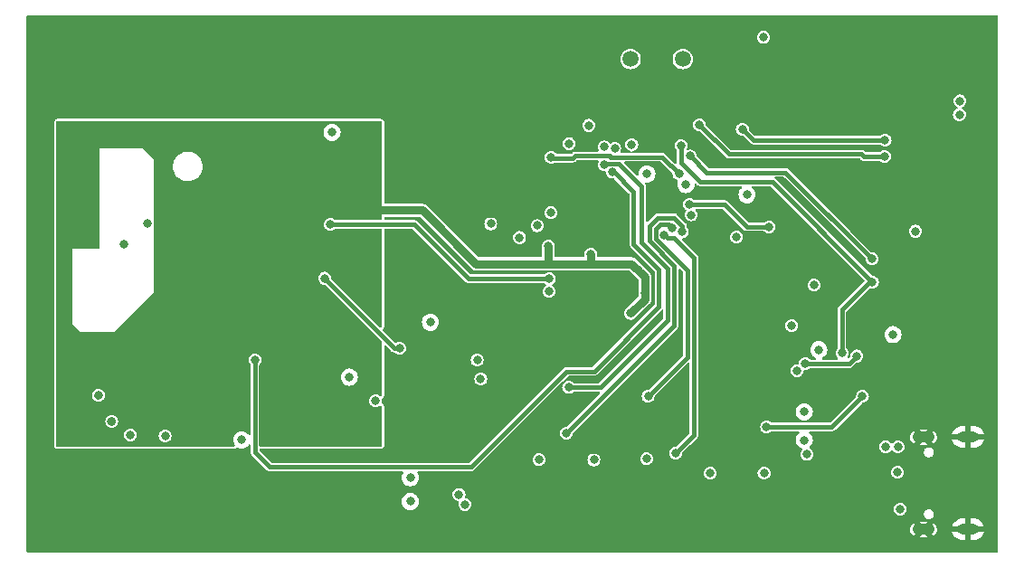
<source format=gbr>
%TF.GenerationSoftware,KiCad,Pcbnew,7.0.8-7.0.8~ubuntu23.04.1*%
%TF.CreationDate,2023-11-20T20:31:28+00:00*%
%TF.ProjectId,USTSIPIN02,55535453-4950-4494-9e30-322e6b696361,02A*%
%TF.SameCoordinates,Original*%
%TF.FileFunction,Copper,L2,Inr*%
%TF.FilePolarity,Positive*%
%FSLAX46Y46*%
G04 Gerber Fmt 4.6, Leading zero omitted, Abs format (unit mm)*
G04 Created by KiCad (PCBNEW 7.0.8-7.0.8~ubuntu23.04.1) date 2023-11-20 20:31:28*
%MOMM*%
%LPD*%
G01*
G04 APERTURE LIST*
%TA.AperFunction,ComponentPad*%
%ADD10C,6.000000*%
%TD*%
%TA.AperFunction,ComponentPad*%
%ADD11C,1.500000*%
%TD*%
%TA.AperFunction,ComponentPad*%
%ADD12O,2.000000X1.000000*%
%TD*%
%TA.AperFunction,ComponentPad*%
%ADD13O,2.100000X1.050000*%
%TD*%
%TA.AperFunction,ViaPad*%
%ADD14C,0.800000*%
%TD*%
%TA.AperFunction,Conductor*%
%ADD15C,0.800000*%
%TD*%
%TA.AperFunction,Conductor*%
%ADD16C,0.400000*%
%TD*%
G04 APERTURE END LIST*
D10*
%TO.N,GND*%
%TO.C,M2*%
X174972341Y-78676927D03*
%TD*%
%TO.N,GND*%
%TO.C,M3*%
X103852341Y-78676927D03*
%TD*%
%TO.N,GND*%
%TO.C,M4*%
X103852341Y-119316927D03*
%TD*%
%TO.N,GND*%
%TO.C,M1*%
X174972341Y-119316927D03*
%TD*%
D11*
%TO.N,Net-(U10-XTAL2)*%
%TO.C,Y1*%
X155580541Y-77965727D03*
%TO.N,Net-(U10-XTAL1)*%
X160460541Y-77965727D03*
%TD*%
D12*
%TO.N,GND*%
%TO.C,J4*%
X187164341Y-113334427D03*
X187164341Y-121974427D03*
D13*
X182984341Y-113334427D03*
X182984341Y-121974427D03*
%TD*%
D14*
%TO.N,GND*%
X130319141Y-122720527D03*
X111472341Y-78676927D03*
X161002341Y-82232927D03*
X170400341Y-122568127D03*
X187926341Y-102552927D03*
X187164341Y-108394927D03*
X142739741Y-104864327D03*
X147540341Y-82994927D03*
X156201741Y-79972327D03*
X170095541Y-76416327D03*
X134687941Y-89598927D03*
X164761541Y-75247927D03*
X126712341Y-116941927D03*
X119092341Y-78676927D03*
X165142541Y-117132527D03*
X131792341Y-76136927D03*
X168114341Y-122618927D03*
X142005929Y-113493571D03*
X143933541Y-90310127D03*
X185640341Y-102552927D03*
X160748341Y-122618927D03*
X140306986Y-114878873D03*
X167149141Y-111900127D03*
X184116341Y-109410927D03*
X187164341Y-97599927D03*
X169854213Y-81635163D03*
X150749696Y-123241927D03*
X172178341Y-97269727D03*
X158970341Y-77025927D03*
X107007066Y-111870688D03*
X185640341Y-110045927D03*
X152975941Y-82639327D03*
X105762027Y-109429655D03*
X167930923Y-87647509D03*
X121632341Y-78676927D03*
X149318341Y-76136927D03*
X185691141Y-103924527D03*
X175327941Y-91478527D03*
X111472341Y-76136927D03*
X108939137Y-117926796D03*
X129026341Y-116941927D03*
X189247141Y-74587527D03*
X176775741Y-89268727D03*
X120209941Y-120434527D03*
X132706741Y-122923727D03*
X142917541Y-101105127D03*
X134662541Y-82944127D03*
X187164341Y-116522927D03*
X133113141Y-120434527D03*
X188434341Y-98488927D03*
X167453941Y-105753327D03*
X187418341Y-92646927D03*
X173600741Y-88379727D03*
X186427741Y-77813327D03*
X151604341Y-75628927D03*
X159783141Y-75730527D03*
X152264741Y-112484327D03*
X118942172Y-116370964D03*
X121632341Y-116941927D03*
X154681159Y-123718127D03*
X187164341Y-118046927D03*
X108932341Y-78676927D03*
X187164341Y-119824927D03*
X164405941Y-101917927D03*
X168165141Y-100139927D03*
X178553741Y-107251927D03*
X178934741Y-89294127D03*
X140377541Y-92164327D03*
X152724916Y-103722632D03*
X171162341Y-81851927D03*
X135983341Y-113881327D03*
X124172341Y-78676927D03*
X160164141Y-110579327D03*
X177664741Y-91427727D03*
X168066341Y-84222927D03*
X123994541Y-81242327D03*
X178401341Y-101155927D03*
X187164341Y-115125927D03*
X157065341Y-77025927D03*
X153382341Y-75628927D03*
X124172341Y-116941927D03*
X159116341Y-91342927D03*
X170984541Y-87770127D03*
X188688341Y-89852927D03*
X122165741Y-122441127D03*
X142714341Y-82055127D03*
X156684341Y-75628927D03*
X148302341Y-123241927D03*
X187900941Y-74587527D03*
X114012341Y-78676927D03*
X136237341Y-122491927D03*
X141024591Y-102285577D03*
X141952341Y-119316927D03*
X181347741Y-75171727D03*
X109262541Y-119850327D03*
X162500941Y-101028927D03*
X171111541Y-75171727D03*
X172762541Y-101054327D03*
X114418741Y-80734327D03*
X155160341Y-75628927D03*
X137862941Y-91986527D03*
X129252341Y-76136927D03*
X132249541Y-81369327D03*
X187164341Y-89852927D03*
X179925341Y-121983927D03*
X177300541Y-112188125D03*
X187545341Y-94551927D03*
X108932341Y-76136927D03*
X156531941Y-108610727D03*
X185894341Y-89852927D03*
X149775541Y-110680927D03*
X179335426Y-104902927D03*
X153209205Y-123362527D03*
X183074941Y-74587527D03*
X189323341Y-77813327D03*
X188078741Y-77864127D03*
X179214141Y-75705127D03*
X149953341Y-82080527D03*
X174438941Y-84112527D03*
X143984341Y-84264927D03*
X158081341Y-78854727D03*
X172279941Y-95161527D03*
X137913741Y-75120927D03*
X165066341Y-109842727D03*
X164659941Y-81801127D03*
X117060341Y-116345127D03*
X136465941Y-106845527D03*
X143222341Y-120409127D03*
X109008541Y-80607327D03*
X149318341Y-77914927D03*
X188434341Y-108394927D03*
X178970407Y-91405976D03*
X116552341Y-78676927D03*
X134332341Y-76136927D03*
X177284274Y-100610366D03*
X112259741Y-120129727D03*
X185945141Y-74714527D03*
X189196341Y-102552927D03*
X144822541Y-100139927D03*
X175228595Y-99239301D03*
X163415341Y-106337527D03*
X143857341Y-110045927D03*
X164304341Y-122618927D03*
%TO.N,Net-(BT1-+)*%
X145181381Y-94661915D03*
%TO.N,/cpu/PB5*%
X151655141Y-84163327D03*
%TO.N,/cpu/PB7*%
X154085390Y-86329368D03*
%TO.N,/cpu/PB6*%
X153096509Y-86180641D03*
%TO.N,+3.3V*%
X171826341Y-113622927D03*
X173194341Y-105169127D03*
X160750309Y-89703727D03*
X134956336Y-119375432D03*
X134956341Y-117142927D03*
X157098949Y-88704742D03*
X166481142Y-90652927D03*
X136846941Y-102593520D03*
X171826341Y-110972927D03*
X180136341Y-103752927D03*
%TO.N,GNDA*%
X112894741Y-98895327D03*
X109948341Y-84772927D03*
X156902405Y-99875165D03*
X118076341Y-84645927D03*
X128080141Y-106261327D03*
X147875857Y-95470143D03*
X125130654Y-107589012D03*
X156313545Y-97742129D03*
X129564341Y-90614927D03*
X131614541Y-92113527D03*
X120057541Y-102654527D03*
X124985141Y-92748527D03*
X155592139Y-101760384D03*
X108525941Y-103772127D03*
X151858341Y-96202927D03*
X103090341Y-91376927D03*
X126204341Y-92646927D03*
X118381141Y-111544527D03*
%TO.N,+5V*%
X127628641Y-84825627D03*
X129252341Y-107734527D03*
X119168541Y-113597425D03*
%TO.N,Net-(D3-K)*%
X168063539Y-116726127D03*
%TO.N,Vin*%
X172737141Y-99113727D03*
%TO.N,Net-(D4-K)*%
X163034341Y-116726127D03*
%TO.N,/cpu/~{RST}_PRG*%
X155684341Y-85957019D03*
X170646341Y-102902923D03*
X142486341Y-93382927D03*
%TO.N,POWER_ANALOG_3V3*%
X148149941Y-87160527D03*
X160096262Y-88697631D03*
%TO.N,/cpu/SD_VDD*%
X147921341Y-99708127D03*
%TO.N,Net-(D7-K)*%
X147006939Y-115456127D03*
%TO.N,Net-(D8-K)*%
X157065341Y-115379927D03*
%TO.N,Net-(D9-K)*%
X152137741Y-115481527D03*
%TO.N,Net-(D10-K)*%
X168012741Y-75933727D03*
%TO.N,/cpu/TX1*%
X179391941Y-85534927D03*
X166031541Y-84518925D03*
%TO.N,/cpu/RX1*%
X179341141Y-87058927D03*
X162018341Y-84112527D03*
%TO.N,/cpu/PB4*%
X149826341Y-85865127D03*
%TO.N,/cpu/Signal*%
X127474341Y-93434327D03*
X147972141Y-98514327D03*
%TO.N,/cpu/PC5_D1*%
X160419934Y-94130855D03*
X149572341Y-112966927D03*
%TO.N,/cpu/PC7_D3*%
X158719422Y-94401561D03*
X159783141Y-114846527D03*
%TO.N,/cpu/PC6_D2*%
X159489709Y-93763860D03*
X157217741Y-109537927D03*
%TO.N,Net-(U10-(PCINT9{slash}CLKO{slash}T1)PB1)*%
X149775541Y-108699725D03*
X153104510Y-87820727D03*
%TO.N,/USB interface/D+*%
X180595156Y-114230135D03*
X180560341Y-116649927D03*
%TO.N,/USB interface/TXLED{slash}CBUS2*%
X168306341Y-112402927D03*
X177276341Y-109522927D03*
%TO.N,/USB interface/VUSB*%
X182236741Y-94069327D03*
X179442755Y-114236913D03*
X172084160Y-114961455D03*
X180814341Y-120078927D03*
%TO.N,/cpu/Signal_S&H*%
X131705596Y-109955328D03*
X148117027Y-92350870D03*
%TO.N,/cpu/Virtual_ground*%
X146829141Y-93552927D03*
X110343536Y-93343932D03*
X133956341Y-105016727D03*
X126926169Y-98476098D03*
X108144947Y-95313927D03*
%TO.N,/cpu/SDA*%
X161249741Y-92544392D03*
X186402341Y-81877327D03*
X165482091Y-94618777D03*
X141550006Y-107909262D03*
X108754543Y-113144728D03*
X140064693Y-119639079D03*
%TO.N,/cpu/SCL*%
X161095573Y-91552927D03*
X186351541Y-83147327D03*
X139513941Y-118707327D03*
X112012122Y-113239948D03*
X141217741Y-106134327D03*
X168532804Y-93655736D03*
%TO.N,/USB interface/TXD*%
X171158421Y-107115112D03*
X178172741Y-96660127D03*
X161141941Y-87033526D03*
%TO.N,/USB interface/RXD*%
X175353341Y-105473927D03*
X178204826Y-98825814D03*
X160291131Y-86042927D03*
%TO.N,Net-(U9-~{DTR})*%
X176750341Y-105753327D03*
X171916484Y-106462927D03*
%TO.N,/cpu/Trace*%
X120406341Y-106103427D03*
X153867397Y-88541710D03*
%TD*%
D15*
%TO.N,GNDA*%
X156902405Y-98351391D02*
X156902405Y-98971527D01*
X147819741Y-97117327D02*
X147875857Y-97061211D01*
X155668341Y-97117327D02*
X156902405Y-98351391D01*
X141114141Y-97117327D02*
X147819741Y-97117327D01*
X151858341Y-97091927D02*
X151858341Y-96202927D01*
X147875857Y-97061211D02*
X147875857Y-95470143D01*
X155688743Y-97117327D02*
X151883741Y-97117327D01*
X136110341Y-92113527D02*
X141114141Y-97117327D01*
X151883741Y-97117327D02*
X151858341Y-97091927D01*
X131614541Y-92113527D02*
X136110341Y-92113527D01*
X151883741Y-97117327D02*
X155668341Y-97117327D01*
X156902405Y-98971527D02*
X156902405Y-100450118D01*
X151883741Y-97117327D02*
X147819741Y-97117327D01*
X156902405Y-98971527D02*
X156902405Y-99875165D01*
X156313545Y-97742129D02*
X155688743Y-97117327D01*
X156902405Y-100450118D02*
X155592139Y-101760384D01*
D16*
%TO.N,POWER_ANALOG_3V3*%
X153611912Y-87020727D02*
X153731784Y-87140599D01*
X158539230Y-87140599D02*
X160096262Y-88697631D01*
X148226141Y-87236727D02*
X150172212Y-87236727D01*
X153731784Y-87140599D02*
X158539230Y-87140599D01*
X150388212Y-87020727D02*
X153611912Y-87020727D01*
X150172212Y-87236727D02*
X150388212Y-87020727D01*
X148149941Y-87160527D02*
X148226141Y-87236727D01*
%TO.N,/cpu/TX1*%
X167047543Y-85534927D02*
X166031541Y-84518925D01*
X179391941Y-85534927D02*
X167047543Y-85534927D01*
%TO.N,/cpu/RX1*%
X164753323Y-86847509D02*
X162018341Y-84112527D01*
X177410741Y-87084327D02*
X177173923Y-86847509D01*
X177173923Y-86847509D02*
X164753323Y-86847509D01*
X179341141Y-87058927D02*
X179315741Y-87084327D01*
X179315741Y-87084327D02*
X177410741Y-87084327D01*
%TO.N,/cpu/Signal*%
X140412541Y-98514327D02*
X147972141Y-98514327D01*
X135332541Y-93434327D02*
X140412541Y-98514327D01*
X127474341Y-93434327D02*
X135332541Y-93434327D01*
%TO.N,/cpu/PC5_D1*%
X158097141Y-92808927D02*
X157309741Y-93596327D01*
X160419934Y-94130855D02*
X160419934Y-93562714D01*
X157309741Y-94989199D02*
X159646541Y-97325999D01*
X157309741Y-93596327D02*
X157309741Y-94989199D01*
X160419934Y-93562714D02*
X159666147Y-92808927D01*
X159646541Y-102892727D02*
X149572341Y-112966927D01*
X159666147Y-92808927D02*
X158097141Y-92808927D01*
X159646541Y-97325999D02*
X159646541Y-102892727D01*
%TO.N,/cpu/PC7_D3*%
X159000188Y-94682327D02*
X158719422Y-94401561D01*
X159783141Y-114846527D02*
X161506941Y-113122727D01*
X159614325Y-94682327D02*
X159000188Y-94682327D01*
X161506941Y-96574943D02*
X159614325Y-94682327D01*
X161506941Y-113122727D02*
X161506941Y-96574943D01*
%TO.N,/cpu/PC6_D2*%
X160906941Y-105848727D02*
X157217741Y-109537927D01*
X158345669Y-93408927D02*
X157909741Y-93844855D01*
X157909741Y-93844855D02*
X157909741Y-94740671D01*
X160906941Y-97737871D02*
X160906941Y-105848727D01*
X157909741Y-94740671D02*
X160906941Y-97737871D01*
X159134776Y-93408927D02*
X158345669Y-93408927D01*
X159489709Y-93763860D02*
X159134776Y-93408927D01*
%TO.N,Net-(U10-(PCINT9{slash}CLKO{slash}T1)PB1)*%
X156608141Y-89903727D02*
X156608141Y-95136127D01*
X153104510Y-87820727D02*
X153184638Y-87740599D01*
X153184638Y-87740599D02*
X154445013Y-87740599D01*
X152747343Y-108699725D02*
X149775541Y-108699725D01*
X159046541Y-97574527D02*
X159046541Y-102400527D01*
X156608141Y-95136127D02*
X159046541Y-97574527D01*
X154445013Y-87740599D02*
X156608141Y-89903727D01*
X159046541Y-102400527D02*
X152747343Y-108699725D01*
%TO.N,/USB interface/TXLED{slash}CBUS2*%
X168306341Y-112402927D02*
X174396341Y-112402927D01*
X174396341Y-112402927D02*
X177276341Y-109522927D01*
%TO.N,/cpu/Virtual_ground*%
X126926169Y-98476098D02*
X133466798Y-105016727D01*
X133466798Y-105016727D02*
X133956341Y-105016727D01*
%TO.N,/cpu/SCL*%
X168532804Y-93655736D02*
X166449150Y-93655736D01*
X164348141Y-91554727D02*
X161097373Y-91554727D01*
X166449150Y-93655736D02*
X164348141Y-91554727D01*
X161097373Y-91554727D02*
X161095573Y-91552927D01*
%TO.N,/USB interface/TXD*%
X178172741Y-96660127D02*
X170075541Y-88562927D01*
X162671342Y-88562927D02*
X161141941Y-87033526D01*
X170075541Y-88562927D02*
X162671342Y-88562927D01*
%TO.N,/USB interface/RXD*%
X160291131Y-86042927D02*
X160291131Y-87631484D01*
X175353341Y-105473927D02*
X175353341Y-101409927D01*
X168825539Y-89446527D02*
X178204826Y-98825814D01*
X177937454Y-98825814D02*
X178204826Y-98825814D01*
X162106174Y-89446527D02*
X168825539Y-89446527D01*
X160291131Y-87631484D02*
X162106174Y-89446527D01*
X175353341Y-101409927D02*
X177937454Y-98825814D01*
%TO.N,Net-(U9-~{DTR})*%
X176750341Y-105753327D02*
X176013741Y-106489927D01*
X176013741Y-106489927D02*
X171943484Y-106489927D01*
X171943484Y-106489927D02*
X171916484Y-106462927D01*
%TO.N,/cpu/Trace*%
X149581832Y-107191636D02*
X152147232Y-107191636D01*
X121810141Y-116141927D02*
X140631541Y-116141927D01*
X158217941Y-97619855D02*
X155855741Y-95257655D01*
X155855741Y-90370527D02*
X154026924Y-88541710D01*
X152147232Y-107191636D02*
X158217941Y-101120927D01*
X155855741Y-95257655D02*
X155855741Y-90370527D01*
X158217941Y-101120927D02*
X158217941Y-97619855D01*
X120406341Y-106103427D02*
X120406341Y-114738127D01*
X154026924Y-88541710D02*
X153867397Y-88541710D01*
X140631541Y-116141927D02*
X149581832Y-107191636D01*
X120406341Y-114738127D02*
X121810141Y-116141927D01*
%TD*%
%TA.AperFunction,Conductor*%
%TO.N,GND*%
G36*
X107097259Y-111484152D02*
G01*
X107122215Y-111490838D01*
X107194231Y-111520669D01*
X107216609Y-111533589D01*
X107278442Y-111581035D01*
X107296717Y-111599310D01*
X107344163Y-111661143D01*
X107357085Y-111683524D01*
X107386911Y-111755529D01*
X107393600Y-111780494D01*
X107403772Y-111857766D01*
X107403772Y-111883608D01*
X107393600Y-111960880D01*
X107386911Y-111985845D01*
X107357085Y-112057850D01*
X107344163Y-112080231D01*
X107296717Y-112142064D01*
X107278442Y-112160339D01*
X107216609Y-112207785D01*
X107194228Y-112220707D01*
X107122222Y-112250533D01*
X107097257Y-112257222D01*
X107019986Y-112267394D01*
X106994144Y-112267394D01*
X106916872Y-112257222D01*
X106891907Y-112250533D01*
X106819902Y-112220707D01*
X106797521Y-112207785D01*
X106735688Y-112160339D01*
X106717413Y-112142064D01*
X106669967Y-112080231D01*
X106657047Y-112057853D01*
X106627217Y-111985840D01*
X106620531Y-111960883D01*
X106610358Y-111883607D01*
X106610358Y-111857766D01*
X106615608Y-111817882D01*
X106620530Y-111780490D01*
X106627216Y-111755537D01*
X106657047Y-111683519D01*
X106669966Y-111661144D01*
X106669967Y-111661143D01*
X106717416Y-111599306D01*
X106735680Y-111581041D01*
X106797528Y-111533583D01*
X106819897Y-111520668D01*
X106891911Y-111490839D01*
X106916862Y-111484153D01*
X106994152Y-111473979D01*
X107019980Y-111473979D01*
X107097259Y-111484152D01*
G37*
%TD.AperFunction*%
%TA.AperFunction,Conductor*%
G36*
X105852220Y-109043119D02*
G01*
X105877176Y-109049805D01*
X105949192Y-109079636D01*
X105971570Y-109092556D01*
X106033403Y-109140002D01*
X106051678Y-109158277D01*
X106099124Y-109220110D01*
X106112046Y-109242491D01*
X106141872Y-109314497D01*
X106148561Y-109339462D01*
X106158733Y-109416732D01*
X106158733Y-109442574D01*
X106148561Y-109519846D01*
X106141872Y-109544811D01*
X106112046Y-109616817D01*
X106099124Y-109639198D01*
X106051678Y-109701031D01*
X106033403Y-109719306D01*
X105971570Y-109766752D01*
X105949189Y-109779674D01*
X105877183Y-109809500D01*
X105852218Y-109816189D01*
X105774947Y-109826361D01*
X105749105Y-109826361D01*
X105671833Y-109816189D01*
X105646868Y-109809500D01*
X105620471Y-109798566D01*
X105574863Y-109779674D01*
X105552482Y-109766752D01*
X105490649Y-109719306D01*
X105472374Y-109701031D01*
X105424928Y-109639198D01*
X105412008Y-109616820D01*
X105382178Y-109544807D01*
X105375492Y-109519850D01*
X105365319Y-109442573D01*
X105365319Y-109416732D01*
X105367083Y-109403329D01*
X105375491Y-109339458D01*
X105382177Y-109314504D01*
X105412008Y-109242486D01*
X105424927Y-109220111D01*
X105424945Y-109220088D01*
X105472377Y-109158273D01*
X105490641Y-109140008D01*
X105552489Y-109092550D01*
X105574858Y-109079635D01*
X105646872Y-109049806D01*
X105671823Y-109043120D01*
X105749113Y-109032946D01*
X105774941Y-109032946D01*
X105852220Y-109043119D01*
G37*
%TD.AperFunction*%
%TA.AperFunction,Conductor*%
G36*
X189907032Y-73880334D02*
G01*
X189942996Y-73929834D01*
X189947841Y-73960427D01*
X189947841Y-124033427D01*
X189928934Y-124091618D01*
X189879434Y-124127582D01*
X189848841Y-124132427D01*
X99135841Y-124132427D01*
X99077650Y-124113520D01*
X99041686Y-124064020D01*
X99036841Y-124033427D01*
X99036841Y-122699427D01*
X182612895Y-122699427D01*
X183355787Y-122699427D01*
X182984341Y-122327981D01*
X182612895Y-122699427D01*
X99036841Y-122699427D01*
X99036841Y-122016869D01*
X181730640Y-122016869D01*
X181760068Y-122183769D01*
X181827198Y-122339395D01*
X181928404Y-122475338D01*
X181928406Y-122475340D01*
X182037952Y-122567261D01*
X182344042Y-122261170D01*
X182378261Y-122274427D01*
X183562143Y-122274427D01*
X183625964Y-122262496D01*
X183929384Y-122565916D01*
X183978535Y-122533589D01*
X184094838Y-122410316D01*
X184094839Y-122410316D01*
X184179579Y-122263540D01*
X184228187Y-122101182D01*
X184238041Y-121931984D01*
X184208613Y-121765084D01*
X184189350Y-121720426D01*
X185665043Y-121720426D01*
X185665044Y-121720427D01*
X186604690Y-121720427D01*
X186558731Y-121748884D01*
X186491140Y-121838389D01*
X186460446Y-121946267D01*
X186470795Y-122057948D01*
X186520789Y-122158349D01*
X186597659Y-122228427D01*
X185665044Y-122228427D01*
X185708140Y-122370498D01*
X185803782Y-122549432D01*
X185932492Y-122706266D01*
X185932501Y-122706275D01*
X186089335Y-122834985D01*
X186268269Y-122930627D01*
X186462425Y-122989524D01*
X186462431Y-122989525D01*
X186613739Y-123004427D01*
X186910340Y-123004427D01*
X186910341Y-123004426D01*
X186910341Y-122274427D01*
X187418341Y-122274427D01*
X187418341Y-123004426D01*
X187418342Y-123004427D01*
X187714943Y-123004427D01*
X187866250Y-122989525D01*
X187866256Y-122989524D01*
X188060412Y-122930627D01*
X188239346Y-122834985D01*
X188396180Y-122706275D01*
X188396189Y-122706266D01*
X188524899Y-122549432D01*
X188620541Y-122370498D01*
X188663638Y-122228427D01*
X187723992Y-122228427D01*
X187769951Y-122199970D01*
X187837542Y-122110465D01*
X187868236Y-122002587D01*
X187857887Y-121890906D01*
X187807893Y-121790505D01*
X187731023Y-121720427D01*
X188663638Y-121720427D01*
X188663638Y-121720426D01*
X188620541Y-121578355D01*
X188524899Y-121399421D01*
X188396189Y-121242587D01*
X188396180Y-121242578D01*
X188239346Y-121113868D01*
X188060412Y-121018226D01*
X187866256Y-120959329D01*
X187866250Y-120959328D01*
X187714943Y-120944427D01*
X187418342Y-120944427D01*
X187418341Y-120944428D01*
X187418341Y-121674427D01*
X186910341Y-121674427D01*
X186910341Y-120944428D01*
X186910340Y-120944427D01*
X186613739Y-120944427D01*
X186462431Y-120959328D01*
X186462425Y-120959329D01*
X186268269Y-121018226D01*
X186089335Y-121113868D01*
X185932501Y-121242578D01*
X185932492Y-121242587D01*
X185803782Y-121399421D01*
X185708140Y-121578355D01*
X185665043Y-121720426D01*
X184189350Y-121720426D01*
X184141483Y-121609458D01*
X184040277Y-121473515D01*
X184040275Y-121473513D01*
X183930728Y-121381591D01*
X183930727Y-121381592D01*
X183624637Y-121687682D01*
X183590421Y-121674427D01*
X182406539Y-121674427D01*
X182342717Y-121686357D01*
X182039296Y-121382936D01*
X181990148Y-121415262D01*
X181873843Y-121538537D01*
X181873842Y-121538537D01*
X181789102Y-121685313D01*
X181740494Y-121847671D01*
X181730640Y-122016869D01*
X99036841Y-122016869D01*
X99036841Y-121249427D01*
X182612895Y-121249427D01*
X182984341Y-121620873D01*
X183355787Y-121249427D01*
X182612895Y-121249427D01*
X99036841Y-121249427D01*
X99036841Y-119375432D01*
X134150771Y-119375432D01*
X134170968Y-119554689D01*
X134170969Y-119554693D01*
X134230547Y-119724954D01*
X134230547Y-119724955D01*
X134326517Y-119877690D01*
X134326520Y-119877694D01*
X134454074Y-120005248D01*
X134454076Y-120005249D01*
X134454077Y-120005250D01*
X134578604Y-120083496D01*
X134606814Y-120101221D01*
X134674993Y-120125078D01*
X134777074Y-120160798D01*
X134777078Y-120160799D01*
X134777081Y-120160800D01*
X134956336Y-120180997D01*
X135135591Y-120160800D01*
X135305858Y-120101221D01*
X135458598Y-120005248D01*
X135586152Y-119877694D01*
X135682125Y-119724954D01*
X135741704Y-119554687D01*
X135761901Y-119375432D01*
X135741704Y-119196177D01*
X135682125Y-119025910D01*
X135678048Y-119019422D01*
X135586154Y-118873173D01*
X135586153Y-118873172D01*
X135586152Y-118873170D01*
X135458598Y-118745616D01*
X135458595Y-118745614D01*
X135458594Y-118745613D01*
X135397662Y-118707327D01*
X138908259Y-118707327D01*
X138928896Y-118864085D01*
X138928898Y-118864093D01*
X138989403Y-119010165D01*
X138989403Y-119010166D01*
X139085654Y-119135603D01*
X139085659Y-119135609D01*
X139211100Y-119231863D01*
X139357179Y-119292371D01*
X139420009Y-119300642D01*
X139475233Y-119326982D01*
X139504429Y-119380753D01*
X139498552Y-119436679D01*
X139479649Y-119482315D01*
X139479648Y-119482320D01*
X139459011Y-119639078D01*
X139459011Y-119639079D01*
X139479648Y-119795837D01*
X139479650Y-119795845D01*
X139540155Y-119941917D01*
X139540155Y-119941918D01*
X139636406Y-120067355D01*
X139636411Y-120067361D01*
X139761852Y-120163615D01*
X139761853Y-120163615D01*
X139761854Y-120163616D01*
X139907926Y-120224121D01*
X139907931Y-120224123D01*
X140025502Y-120239601D01*
X140064692Y-120244761D01*
X140064693Y-120244761D01*
X140064694Y-120244761D01*
X140096045Y-120240633D01*
X140221455Y-120224123D01*
X140367534Y-120163615D01*
X140477902Y-120078927D01*
X180208659Y-120078927D01*
X180229296Y-120235685D01*
X180229298Y-120235693D01*
X180289803Y-120381765D01*
X180289803Y-120381766D01*
X180386054Y-120507203D01*
X180386059Y-120507209D01*
X180511500Y-120603463D01*
X180511501Y-120603463D01*
X180511502Y-120603464D01*
X180534027Y-120612794D01*
X180657579Y-120663971D01*
X180775150Y-120679449D01*
X180814340Y-120684609D01*
X180814341Y-120684609D01*
X180814342Y-120684609D01*
X180845693Y-120680481D01*
X180971103Y-120663971D01*
X181094655Y-120612794D01*
X183008841Y-120612794D01*
X183047363Y-120743988D01*
X183121286Y-120859016D01*
X183224623Y-120948557D01*
X183224624Y-120948557D01*
X183224625Y-120948558D01*
X183348995Y-121005357D01*
X183348998Y-121005357D01*
X183348999Y-121005358D01*
X183349000Y-121005358D01*
X183349004Y-121005359D01*
X183450325Y-121019927D01*
X183450330Y-121019927D01*
X183518357Y-121019927D01*
X183619677Y-121005359D01*
X183619678Y-121005358D01*
X183619683Y-121005358D01*
X183619684Y-121005357D01*
X183619686Y-121005357D01*
X183681871Y-120976957D01*
X183744059Y-120948557D01*
X183847396Y-120859016D01*
X183921319Y-120743988D01*
X183959841Y-120612794D01*
X183959841Y-120476060D01*
X183921319Y-120344866D01*
X183847396Y-120229838D01*
X183744059Y-120140297D01*
X183744057Y-120140296D01*
X183744056Y-120140295D01*
X183619686Y-120083496D01*
X183619677Y-120083494D01*
X183518357Y-120068927D01*
X183518352Y-120068927D01*
X183450330Y-120068927D01*
X183450325Y-120068927D01*
X183349004Y-120083494D01*
X183348995Y-120083496D01*
X183224625Y-120140295D01*
X183121287Y-120229837D01*
X183121286Y-120229838D01*
X183111696Y-120244761D01*
X183047362Y-120344868D01*
X183008841Y-120476058D01*
X183008841Y-120476060D01*
X183008841Y-120612794D01*
X181094655Y-120612794D01*
X181117182Y-120603463D01*
X181242623Y-120507209D01*
X181338877Y-120381768D01*
X181399385Y-120235689D01*
X181420023Y-120078927D01*
X181418706Y-120068927D01*
X181410323Y-120005248D01*
X181399385Y-119922165D01*
X181399383Y-119922160D01*
X181338878Y-119776088D01*
X181338878Y-119776087D01*
X181242627Y-119650650D01*
X181242626Y-119650649D01*
X181242623Y-119650645D01*
X181242618Y-119650641D01*
X181242617Y-119650640D01*
X181171445Y-119596028D01*
X181117182Y-119554391D01*
X181117181Y-119554390D01*
X181117179Y-119554389D01*
X180971107Y-119493884D01*
X180971099Y-119493882D01*
X180814342Y-119473245D01*
X180814340Y-119473245D01*
X180657582Y-119493882D01*
X180657574Y-119493884D01*
X180511502Y-119554389D01*
X180511501Y-119554389D01*
X180386064Y-119650640D01*
X180386054Y-119650650D01*
X180289803Y-119776087D01*
X180289803Y-119776088D01*
X180229298Y-119922160D01*
X180229296Y-119922168D01*
X180208659Y-120078926D01*
X180208659Y-120078927D01*
X140477902Y-120078927D01*
X140492975Y-120067361D01*
X140589229Y-119941920D01*
X140649737Y-119795841D01*
X140670375Y-119639079D01*
X140649737Y-119482317D01*
X140589230Y-119336240D01*
X140589230Y-119336239D01*
X140492979Y-119210802D01*
X140492978Y-119210801D01*
X140492975Y-119210797D01*
X140492970Y-119210793D01*
X140492969Y-119210792D01*
X140367531Y-119114541D01*
X140221459Y-119054036D01*
X140221451Y-119054034D01*
X140158624Y-119045763D01*
X140103399Y-119019422D01*
X140074204Y-118965651D01*
X140080082Y-118909724D01*
X140095222Y-118873173D01*
X140098985Y-118864089D01*
X140119623Y-118707327D01*
X140098985Y-118550565D01*
X140038478Y-118404488D01*
X140038478Y-118404487D01*
X139942227Y-118279050D01*
X139942226Y-118279049D01*
X139942223Y-118279045D01*
X139942218Y-118279041D01*
X139942217Y-118279040D01*
X139816779Y-118182789D01*
X139670707Y-118122284D01*
X139670699Y-118122282D01*
X139513942Y-118101645D01*
X139513940Y-118101645D01*
X139357182Y-118122282D01*
X139357174Y-118122284D01*
X139211102Y-118182789D01*
X139211101Y-118182789D01*
X139085664Y-118279040D01*
X139085654Y-118279050D01*
X138989403Y-118404487D01*
X138989403Y-118404488D01*
X138928898Y-118550560D01*
X138928896Y-118550568D01*
X138908259Y-118707326D01*
X138908259Y-118707327D01*
X135397662Y-118707327D01*
X135305859Y-118649643D01*
X135135597Y-118590065D01*
X135135593Y-118590064D01*
X134956336Y-118569867D01*
X134777078Y-118590064D01*
X134777074Y-118590065D01*
X134606813Y-118649643D01*
X134606812Y-118649643D01*
X134454077Y-118745613D01*
X134326517Y-118873173D01*
X134230547Y-119025908D01*
X134230547Y-119025909D01*
X134170969Y-119196170D01*
X134170968Y-119196174D01*
X134150771Y-119375432D01*
X99036841Y-119375432D01*
X99036841Y-114112927D01*
X101614841Y-114112927D01*
X101618867Y-114150370D01*
X101619538Y-114156612D01*
X101630743Y-114208121D01*
X101633230Y-114218297D01*
X101633231Y-114218300D01*
X101676241Y-114299012D01*
X101709764Y-114337700D01*
X101721998Y-114351818D01*
X101739588Y-114369771D01*
X101739590Y-114369773D01*
X101819399Y-114414415D01*
X101819403Y-114414417D01*
X101863159Y-114427265D01*
X101886443Y-114434102D01*
X101944341Y-114442427D01*
X101944342Y-114442427D01*
X118400603Y-114442427D01*
X118434852Y-114438832D01*
X118443254Y-114437951D01*
X118493612Y-114427265D01*
X118502791Y-114425096D01*
X118583938Y-114382912D01*
X118637203Y-114337700D01*
X118637203Y-114337701D01*
X118660446Y-114315387D01*
X118662238Y-114317253D01*
X118703368Y-114289486D01*
X118764517Y-114291595D01*
X118783369Y-114300814D01*
X118819014Y-114323212D01*
X118819017Y-114323212D01*
X118819019Y-114323214D01*
X118891897Y-114348715D01*
X118989279Y-114382791D01*
X118989283Y-114382792D01*
X118989286Y-114382793D01*
X119168541Y-114402990D01*
X119347796Y-114382793D01*
X119518063Y-114323214D01*
X119670803Y-114227241D01*
X119798357Y-114099687D01*
X119823015Y-114060443D01*
X119869984Y-114021232D01*
X119931030Y-114017116D01*
X119982838Y-114049668D01*
X120005617Y-114106455D01*
X120005841Y-114113115D01*
X120005841Y-114801564D01*
X120013294Y-114824501D01*
X120016920Y-114839601D01*
X120020695Y-114863433D01*
X120031642Y-114884915D01*
X120037588Y-114899269D01*
X120045044Y-114922215D01*
X120045043Y-114922215D01*
X120059225Y-114941735D01*
X120067338Y-114954974D01*
X120078291Y-114976469D01*
X120078292Y-114976470D01*
X120098372Y-114996551D01*
X121549234Y-116447413D01*
X121571797Y-116469975D01*
X121571799Y-116469977D01*
X121593288Y-116480926D01*
X121606533Y-116489042D01*
X121626051Y-116503223D01*
X121648992Y-116510676D01*
X121663342Y-116516621D01*
X121684832Y-116527571D01*
X121684834Y-116527571D01*
X121684837Y-116527573D01*
X121708658Y-116531345D01*
X121723754Y-116534969D01*
X121746708Y-116542427D01*
X121778622Y-116542427D01*
X134209124Y-116542427D01*
X134267315Y-116561334D01*
X134303279Y-116610834D01*
X134303279Y-116672020D01*
X134292950Y-116694098D01*
X134230552Y-116793403D01*
X134230552Y-116793404D01*
X134170974Y-116963665D01*
X134170973Y-116963669D01*
X134150776Y-117142927D01*
X134170973Y-117322184D01*
X134170974Y-117322188D01*
X134230552Y-117492449D01*
X134230552Y-117492450D01*
X134326522Y-117645185D01*
X134326525Y-117645189D01*
X134454079Y-117772743D01*
X134606819Y-117868716D01*
X134674998Y-117892573D01*
X134777079Y-117928293D01*
X134777083Y-117928294D01*
X134777086Y-117928295D01*
X134956341Y-117948492D01*
X135135596Y-117928295D01*
X135305863Y-117868716D01*
X135458603Y-117772743D01*
X135586157Y-117645189D01*
X135682130Y-117492449D01*
X135741709Y-117322182D01*
X135761906Y-117142927D01*
X135741709Y-116963672D01*
X135737892Y-116952765D01*
X135713440Y-116882885D01*
X135682130Y-116793405D01*
X135682129Y-116793403D01*
X135639857Y-116726127D01*
X162428659Y-116726127D01*
X162449296Y-116882885D01*
X162449298Y-116882893D01*
X162509803Y-117028965D01*
X162509803Y-117028966D01*
X162606054Y-117154403D01*
X162606059Y-117154409D01*
X162731500Y-117250663D01*
X162731501Y-117250663D01*
X162731502Y-117250664D01*
X162877574Y-117311169D01*
X162877579Y-117311171D01*
X162995150Y-117326649D01*
X163034340Y-117331809D01*
X163034341Y-117331809D01*
X163034342Y-117331809D01*
X163065693Y-117327681D01*
X163191103Y-117311171D01*
X163337182Y-117250663D01*
X163462623Y-117154409D01*
X163558877Y-117028968D01*
X163619385Y-116882889D01*
X163640023Y-116726127D01*
X167457857Y-116726127D01*
X167478494Y-116882885D01*
X167478496Y-116882893D01*
X167539001Y-117028965D01*
X167539001Y-117028966D01*
X167635252Y-117154403D01*
X167635257Y-117154409D01*
X167760698Y-117250663D01*
X167760699Y-117250663D01*
X167760700Y-117250664D01*
X167906772Y-117311169D01*
X167906777Y-117311171D01*
X168024348Y-117326649D01*
X168063538Y-117331809D01*
X168063539Y-117331809D01*
X168063540Y-117331809D01*
X168094891Y-117327681D01*
X168220301Y-117311171D01*
X168366380Y-117250663D01*
X168491821Y-117154409D01*
X168588075Y-117028968D01*
X168648583Y-116882889D01*
X168669221Y-116726127D01*
X168659189Y-116649927D01*
X179954659Y-116649927D01*
X179975296Y-116806685D01*
X179975298Y-116806693D01*
X180035803Y-116952765D01*
X180035803Y-116952766D01*
X180094275Y-117028968D01*
X180132059Y-117078209D01*
X180257500Y-117174463D01*
X180403579Y-117234971D01*
X180521150Y-117250449D01*
X180560340Y-117255609D01*
X180560341Y-117255609D01*
X180560342Y-117255609D01*
X180597910Y-117250663D01*
X180717103Y-117234971D01*
X180863182Y-117174463D01*
X180988623Y-117078209D01*
X181084877Y-116952768D01*
X181145385Y-116806689D01*
X181166023Y-116649927D01*
X181145385Y-116493165D01*
X181128774Y-116453062D01*
X181084878Y-116347088D01*
X181084878Y-116347087D01*
X180988627Y-116221650D01*
X180988626Y-116221649D01*
X180988623Y-116221645D01*
X180988618Y-116221641D01*
X180988617Y-116221640D01*
X180917445Y-116167028D01*
X180863182Y-116125391D01*
X180863181Y-116125390D01*
X180863179Y-116125389D01*
X180717107Y-116064884D01*
X180717099Y-116064882D01*
X180560342Y-116044245D01*
X180560340Y-116044245D01*
X180403582Y-116064882D01*
X180403574Y-116064884D01*
X180257502Y-116125389D01*
X180257501Y-116125389D01*
X180132064Y-116221640D01*
X180132054Y-116221650D01*
X180035803Y-116347087D01*
X180035803Y-116347088D01*
X179975298Y-116493160D01*
X179975296Y-116493168D01*
X179954659Y-116649926D01*
X179954659Y-116649927D01*
X168659189Y-116649927D01*
X168648583Y-116569365D01*
X168648581Y-116569360D01*
X168588076Y-116423288D01*
X168588076Y-116423287D01*
X168491825Y-116297850D01*
X168491824Y-116297849D01*
X168491821Y-116297845D01*
X168491816Y-116297841D01*
X168491815Y-116297840D01*
X168366377Y-116201589D01*
X168220305Y-116141084D01*
X168220297Y-116141082D01*
X168063540Y-116120445D01*
X168063538Y-116120445D01*
X167906780Y-116141082D01*
X167906772Y-116141084D01*
X167760700Y-116201589D01*
X167760699Y-116201589D01*
X167635262Y-116297840D01*
X167635252Y-116297850D01*
X167539001Y-116423287D01*
X167539001Y-116423288D01*
X167478496Y-116569360D01*
X167478494Y-116569368D01*
X167457857Y-116726126D01*
X167457857Y-116726127D01*
X163640023Y-116726127D01*
X163619385Y-116569365D01*
X163619383Y-116569360D01*
X163558878Y-116423288D01*
X163558878Y-116423287D01*
X163462627Y-116297850D01*
X163462626Y-116297849D01*
X163462623Y-116297845D01*
X163462618Y-116297841D01*
X163462617Y-116297840D01*
X163337179Y-116201589D01*
X163191107Y-116141084D01*
X163191099Y-116141082D01*
X163034342Y-116120445D01*
X163034340Y-116120445D01*
X162877582Y-116141082D01*
X162877574Y-116141084D01*
X162731502Y-116201589D01*
X162731501Y-116201589D01*
X162606064Y-116297840D01*
X162606054Y-116297850D01*
X162509803Y-116423287D01*
X162509803Y-116423288D01*
X162449298Y-116569360D01*
X162449296Y-116569368D01*
X162428659Y-116726126D01*
X162428659Y-116726127D01*
X135639857Y-116726127D01*
X135619732Y-116694098D01*
X135604782Y-116634767D01*
X135627561Y-116577980D01*
X135679369Y-116545428D01*
X135703558Y-116542427D01*
X140694973Y-116542427D01*
X140694974Y-116542427D01*
X140717923Y-116534970D01*
X140733006Y-116531348D01*
X140756845Y-116527573D01*
X140778343Y-116516617D01*
X140792692Y-116510675D01*
X140815631Y-116503223D01*
X140835153Y-116489038D01*
X140848390Y-116480927D01*
X140869883Y-116469977D01*
X140886802Y-116453056D01*
X140886806Y-116453054D01*
X140892448Y-116447412D01*
X140892450Y-116447411D01*
X141883734Y-115456127D01*
X146401257Y-115456127D01*
X146421894Y-115612885D01*
X146421896Y-115612893D01*
X146482401Y-115758965D01*
X146482401Y-115758966D01*
X146578652Y-115884403D01*
X146578657Y-115884409D01*
X146704098Y-115980663D01*
X146704099Y-115980663D01*
X146704100Y-115980664D01*
X146765419Y-116006063D01*
X146850177Y-116041171D01*
X146967748Y-116056649D01*
X147006938Y-116061809D01*
X147006939Y-116061809D01*
X147006940Y-116061809D01*
X147038291Y-116057681D01*
X147163701Y-116041171D01*
X147309780Y-115980663D01*
X147435221Y-115884409D01*
X147531475Y-115758968D01*
X147591983Y-115612889D01*
X147609277Y-115481527D01*
X151532059Y-115481527D01*
X151552696Y-115638285D01*
X151552698Y-115638293D01*
X151613203Y-115784365D01*
X151613203Y-115784366D01*
X151709454Y-115909803D01*
X151709459Y-115909809D01*
X151834900Y-116006063D01*
X151834901Y-116006063D01*
X151834902Y-116006064D01*
X151976901Y-116064882D01*
X151980979Y-116066571D01*
X152098550Y-116082049D01*
X152137740Y-116087209D01*
X152137741Y-116087209D01*
X152137742Y-116087209D01*
X152169093Y-116083081D01*
X152294503Y-116066571D01*
X152440582Y-116006063D01*
X152566023Y-115909809D01*
X152662277Y-115784368D01*
X152722785Y-115638289D01*
X152743423Y-115481527D01*
X152730047Y-115379927D01*
X156459659Y-115379927D01*
X156480296Y-115536685D01*
X156480298Y-115536693D01*
X156540803Y-115682765D01*
X156540803Y-115682766D01*
X156618765Y-115784368D01*
X156637059Y-115808209D01*
X156762500Y-115904463D01*
X156762501Y-115904463D01*
X156762502Y-115904464D01*
X156775406Y-115909809D01*
X156908579Y-115964971D01*
X157026150Y-115980449D01*
X157065340Y-115985609D01*
X157065341Y-115985609D01*
X157065342Y-115985609D01*
X157102910Y-115980663D01*
X157222103Y-115964971D01*
X157368182Y-115904463D01*
X157493623Y-115808209D01*
X157589877Y-115682768D01*
X157650385Y-115536689D01*
X157671023Y-115379927D01*
X157650385Y-115223165D01*
X157619817Y-115149368D01*
X157589878Y-115077088D01*
X157589878Y-115077087D01*
X157493627Y-114951650D01*
X157493626Y-114951649D01*
X157493623Y-114951645D01*
X157493618Y-114951641D01*
X157493617Y-114951640D01*
X157415716Y-114891865D01*
X157368182Y-114855391D01*
X157368181Y-114855390D01*
X157368179Y-114855389D01*
X157222107Y-114794884D01*
X157222099Y-114794882D01*
X157065342Y-114774245D01*
X157065340Y-114774245D01*
X156908582Y-114794882D01*
X156908574Y-114794884D01*
X156762502Y-114855389D01*
X156762501Y-114855389D01*
X156637064Y-114951640D01*
X156637054Y-114951650D01*
X156540803Y-115077087D01*
X156540803Y-115077088D01*
X156480298Y-115223160D01*
X156480296Y-115223168D01*
X156459659Y-115379926D01*
X156459659Y-115379927D01*
X152730047Y-115379927D01*
X152722785Y-115324765D01*
X152662278Y-115178688D01*
X152662278Y-115178687D01*
X152566027Y-115053250D01*
X152566026Y-115053249D01*
X152566023Y-115053245D01*
X152566018Y-115053241D01*
X152566017Y-115053240D01*
X152492138Y-114996551D01*
X152440582Y-114956991D01*
X152440581Y-114956990D01*
X152440579Y-114956989D01*
X152294507Y-114896484D01*
X152294499Y-114896482D01*
X152137742Y-114875845D01*
X152137740Y-114875845D01*
X151980982Y-114896482D01*
X151980974Y-114896484D01*
X151834902Y-114956989D01*
X151834901Y-114956989D01*
X151709464Y-115053240D01*
X151709454Y-115053250D01*
X151613203Y-115178687D01*
X151613203Y-115178688D01*
X151552698Y-115324760D01*
X151552696Y-115324768D01*
X151532059Y-115481526D01*
X151532059Y-115481527D01*
X147609277Y-115481527D01*
X147612621Y-115456127D01*
X147591983Y-115299365D01*
X147541997Y-115178688D01*
X147531476Y-115153288D01*
X147531476Y-115153287D01*
X147435225Y-115027850D01*
X147435224Y-115027849D01*
X147435221Y-115027845D01*
X147435216Y-115027841D01*
X147435215Y-115027840D01*
X147335908Y-114951640D01*
X147309780Y-114931591D01*
X147309779Y-114931590D01*
X147309777Y-114931589D01*
X147163705Y-114871084D01*
X147163697Y-114871082D01*
X147006940Y-114850445D01*
X147006938Y-114850445D01*
X146850180Y-114871082D01*
X146850172Y-114871084D01*
X146704100Y-114931589D01*
X146704099Y-114931589D01*
X146578662Y-115027840D01*
X146578652Y-115027850D01*
X146482401Y-115153287D01*
X146482401Y-115153288D01*
X146421896Y-115299360D01*
X146421894Y-115299368D01*
X146401257Y-115456126D01*
X146401257Y-115456127D01*
X141883734Y-115456127D01*
X149198793Y-108141067D01*
X149209308Y-108135710D01*
X149216883Y-108122977D01*
X149718729Y-107621132D01*
X149773246Y-107593355D01*
X149788733Y-107592136D01*
X152210664Y-107592136D01*
X152210665Y-107592136D01*
X152233614Y-107584679D01*
X152248697Y-107581057D01*
X152272536Y-107577282D01*
X152294034Y-107566326D01*
X152308383Y-107560384D01*
X152331322Y-107552932D01*
X152350844Y-107538747D01*
X152364081Y-107530636D01*
X152385574Y-107519686D01*
X152402493Y-107502765D01*
X152402497Y-107502763D01*
X152408139Y-107497121D01*
X152408141Y-107497120D01*
X158477039Y-101428221D01*
X158531554Y-101400446D01*
X158591986Y-101410017D01*
X158635251Y-101453282D01*
X158646041Y-101498227D01*
X158646041Y-102193626D01*
X158627134Y-102251817D01*
X158617045Y-102263630D01*
X152610446Y-108270229D01*
X152555929Y-108298006D01*
X152540442Y-108299225D01*
X150272612Y-108299225D01*
X150214421Y-108280318D01*
X150205853Y-108273001D01*
X150203821Y-108271442D01*
X150078382Y-108175189D01*
X150078381Y-108175188D01*
X150078379Y-108175187D01*
X149932307Y-108114682D01*
X149932299Y-108114680D01*
X149775542Y-108094043D01*
X149775540Y-108094043D01*
X149618782Y-108114680D01*
X149618774Y-108114682D01*
X149472702Y-108175187D01*
X149472701Y-108175187D01*
X149347258Y-108271442D01*
X149251003Y-108396885D01*
X149251003Y-108396886D01*
X149190498Y-108542958D01*
X149190496Y-108542966D01*
X149169859Y-108699724D01*
X149169859Y-108699725D01*
X149190496Y-108856483D01*
X149190498Y-108856491D01*
X149251003Y-109002563D01*
X149251003Y-109002564D01*
X149347254Y-109128001D01*
X149347259Y-109128007D01*
X149472700Y-109224261D01*
X149472701Y-109224261D01*
X149472702Y-109224262D01*
X149516711Y-109242491D01*
X149618779Y-109284769D01*
X149736350Y-109300247D01*
X149775540Y-109305407D01*
X149775541Y-109305407D01*
X149775542Y-109305407D01*
X149806893Y-109301279D01*
X149932303Y-109284769D01*
X150078382Y-109224261D01*
X150203823Y-109128007D01*
X150203822Y-109128007D01*
X150208971Y-109124057D01*
X150210031Y-109125438D01*
X150257125Y-109101444D01*
X150272612Y-109100225D01*
X152633641Y-109100225D01*
X152691832Y-109119132D01*
X152727796Y-109168632D01*
X152727796Y-109229818D01*
X152703645Y-109269229D01*
X149640625Y-112332249D01*
X149586108Y-112360026D01*
X149574896Y-112360908D01*
X149415582Y-112381882D01*
X149415574Y-112381884D01*
X149269502Y-112442389D01*
X149269501Y-112442389D01*
X149144064Y-112538640D01*
X149144054Y-112538650D01*
X149047803Y-112664087D01*
X149047803Y-112664088D01*
X148987298Y-112810160D01*
X148987296Y-112810168D01*
X148966659Y-112966926D01*
X148966659Y-112966927D01*
X148987296Y-113123685D01*
X148987298Y-113123693D01*
X149047803Y-113269765D01*
X149047803Y-113269766D01*
X149144054Y-113395203D01*
X149144059Y-113395209D01*
X149269500Y-113491463D01*
X149269501Y-113491463D01*
X149269502Y-113491464D01*
X149415574Y-113551969D01*
X149415579Y-113551971D01*
X149533150Y-113567449D01*
X149572340Y-113572609D01*
X149572341Y-113572609D01*
X149572342Y-113572609D01*
X149603693Y-113568481D01*
X149729103Y-113551971D01*
X149875182Y-113491463D01*
X150000623Y-113395209D01*
X150096877Y-113269768D01*
X150157385Y-113123689D01*
X150178023Y-112966927D01*
X150178023Y-112966926D01*
X150178870Y-112960494D01*
X150180597Y-112960721D01*
X150196930Y-112910454D01*
X150207019Y-112898641D01*
X155039640Y-108066020D01*
X159952024Y-103153636D01*
X159974591Y-103131069D01*
X159985543Y-103109570D01*
X159993656Y-103096332D01*
X160007837Y-103076817D01*
X160015292Y-103053871D01*
X160021236Y-103039522D01*
X160032187Y-103018031D01*
X160035960Y-102994200D01*
X160039589Y-102979091D01*
X160047039Y-102956162D01*
X160047040Y-102956161D01*
X160047040Y-102926290D01*
X160047041Y-102926265D01*
X160047041Y-97683372D01*
X160065948Y-97625181D01*
X160115448Y-97589217D01*
X160176634Y-97589217D01*
X160216045Y-97613368D01*
X160477445Y-97874768D01*
X160505222Y-97929285D01*
X160506441Y-97944772D01*
X160506441Y-105641825D01*
X160487534Y-105700016D01*
X160477445Y-105711829D01*
X157286025Y-108903249D01*
X157231508Y-108931026D01*
X157220296Y-108931908D01*
X157060982Y-108952882D01*
X157060974Y-108952884D01*
X156914902Y-109013389D01*
X156914901Y-109013389D01*
X156789464Y-109109640D01*
X156789454Y-109109650D01*
X156693203Y-109235087D01*
X156693203Y-109235088D01*
X156632698Y-109381160D01*
X156632696Y-109381168D01*
X156612059Y-109537926D01*
X156612059Y-109537927D01*
X156632696Y-109694685D01*
X156632698Y-109694693D01*
X156693203Y-109840765D01*
X156693203Y-109840766D01*
X156789454Y-109966203D01*
X156789459Y-109966209D01*
X156914900Y-110062463D01*
X156914901Y-110062463D01*
X156914902Y-110062464D01*
X157034710Y-110112090D01*
X157060979Y-110122971D01*
X157178550Y-110138449D01*
X157217740Y-110143609D01*
X157217741Y-110143609D01*
X157217742Y-110143609D01*
X157249093Y-110139481D01*
X157374503Y-110122971D01*
X157520582Y-110062463D01*
X157646023Y-109966209D01*
X157742277Y-109840768D01*
X157802785Y-109694689D01*
X157823423Y-109537927D01*
X157823423Y-109537926D01*
X157824270Y-109531494D01*
X157825997Y-109531721D01*
X157842330Y-109481454D01*
X157852419Y-109469641D01*
X159412799Y-107909261D01*
X160937438Y-106384622D01*
X160991954Y-106356846D01*
X161052386Y-106366417D01*
X161095651Y-106409682D01*
X161106441Y-106454627D01*
X161106441Y-112915825D01*
X161087534Y-112974016D01*
X161077445Y-112985829D01*
X159851425Y-114211849D01*
X159796908Y-114239626D01*
X159785696Y-114240508D01*
X159626382Y-114261482D01*
X159626374Y-114261484D01*
X159480302Y-114321989D01*
X159480301Y-114321989D01*
X159354864Y-114418240D01*
X159354854Y-114418250D01*
X159258603Y-114543687D01*
X159258603Y-114543688D01*
X159198098Y-114689760D01*
X159198096Y-114689768D01*
X159177459Y-114846526D01*
X159177459Y-114846527D01*
X159198096Y-115003285D01*
X159198098Y-115003293D01*
X159258603Y-115149365D01*
X159258603Y-115149366D01*
X159346792Y-115264296D01*
X159354859Y-115274809D01*
X159480300Y-115371063D01*
X159480301Y-115371063D01*
X159480302Y-115371064D01*
X159626374Y-115431569D01*
X159626379Y-115431571D01*
X159743950Y-115447049D01*
X159783140Y-115452209D01*
X159783141Y-115452209D01*
X159783142Y-115452209D01*
X159814493Y-115448081D01*
X159939903Y-115431571D01*
X160085982Y-115371063D01*
X160211423Y-115274809D01*
X160307677Y-115149368D01*
X160368185Y-115003289D01*
X160388823Y-114846527D01*
X160388823Y-114846526D01*
X160389670Y-114840094D01*
X160391397Y-114840321D01*
X160407730Y-114790054D01*
X160417819Y-114778241D01*
X161122692Y-114073368D01*
X161812424Y-113383636D01*
X161834991Y-113361069D01*
X161845943Y-113339570D01*
X161854056Y-113326332D01*
X161868237Y-113306817D01*
X161875692Y-113283871D01*
X161881636Y-113269522D01*
X161892587Y-113248031D01*
X161896360Y-113224200D01*
X161899989Y-113209091D01*
X161907439Y-113186162D01*
X161907440Y-113186161D01*
X161907440Y-113156290D01*
X161907441Y-113156265D01*
X161907441Y-112402927D01*
X167700659Y-112402927D01*
X167721296Y-112559685D01*
X167721298Y-112559693D01*
X167781803Y-112705765D01*
X167781803Y-112705766D01*
X167878054Y-112831203D01*
X167878059Y-112831209D01*
X167878063Y-112831212D01*
X167878064Y-112831213D01*
X167907423Y-112853740D01*
X168003500Y-112927463D01*
X168003501Y-112927463D01*
X168003502Y-112927464D01*
X168132443Y-112980873D01*
X168149579Y-112987971D01*
X168267150Y-113003449D01*
X168306340Y-113008609D01*
X168306341Y-113008609D01*
X168306342Y-113008609D01*
X168337693Y-113004481D01*
X168463103Y-112987971D01*
X168609182Y-112927463D01*
X168705734Y-112853375D01*
X168739771Y-112827259D01*
X168740831Y-112828640D01*
X168787925Y-112804646D01*
X168803412Y-112803427D01*
X171282322Y-112803427D01*
X171340513Y-112822334D01*
X171376477Y-112871834D01*
X171376477Y-112933020D01*
X171340513Y-112982520D01*
X171334993Y-112986253D01*
X171324082Y-112993108D01*
X171196522Y-113120668D01*
X171100552Y-113273403D01*
X171100552Y-113273404D01*
X171040974Y-113443665D01*
X171040973Y-113443669D01*
X171020776Y-113622927D01*
X171040973Y-113802184D01*
X171040974Y-113802188D01*
X171100552Y-113972449D01*
X171100552Y-113972450D01*
X171188820Y-114112927D01*
X171196525Y-114125189D01*
X171324079Y-114252743D01*
X171324081Y-114252744D01*
X171324082Y-114252745D01*
X171459288Y-114337701D01*
X171476819Y-114348716D01*
X171545409Y-114372716D01*
X171600434Y-114391971D01*
X171649114Y-114429036D01*
X171666711Y-114487637D01*
X171646503Y-114545388D01*
X171646279Y-114545682D01*
X171559621Y-114658618D01*
X171499117Y-114804688D01*
X171499115Y-114804696D01*
X171478478Y-114961454D01*
X171478478Y-114961455D01*
X171499115Y-115118213D01*
X171499117Y-115118221D01*
X171559622Y-115264293D01*
X171559622Y-115264294D01*
X171655873Y-115389731D01*
X171655878Y-115389737D01*
X171781319Y-115485991D01*
X171781320Y-115485991D01*
X171781321Y-115485992D01*
X171903724Y-115536693D01*
X171927398Y-115546499D01*
X172044969Y-115561977D01*
X172084159Y-115567137D01*
X172084160Y-115567137D01*
X172084161Y-115567137D01*
X172115512Y-115563009D01*
X172240922Y-115546499D01*
X172387001Y-115485991D01*
X172512442Y-115389737D01*
X172608696Y-115264296D01*
X172669204Y-115118217D01*
X172689842Y-114961455D01*
X172688550Y-114951645D01*
X172675227Y-114850445D01*
X172669204Y-114804693D01*
X172624206Y-114696058D01*
X172608697Y-114658616D01*
X172608697Y-114658615D01*
X172512446Y-114533178D01*
X172512445Y-114533177D01*
X172512442Y-114533173D01*
X172512437Y-114533169D01*
X172512436Y-114533168D01*
X172453098Y-114487637D01*
X172387001Y-114436919D01*
X172358458Y-114425096D01*
X172351619Y-114422263D01*
X172305094Y-114382525D01*
X172290811Y-114323031D01*
X172314226Y-114266503D01*
X172327791Y-114253389D01*
X172328590Y-114252751D01*
X172328603Y-114252743D01*
X172344433Y-114236913D01*
X178837073Y-114236913D01*
X178857710Y-114393671D01*
X178857712Y-114393679D01*
X178918217Y-114539751D01*
X178918217Y-114539752D01*
X179009426Y-114658618D01*
X179014473Y-114665195D01*
X179139914Y-114761449D01*
X179139915Y-114761449D01*
X179139916Y-114761450D01*
X179269629Y-114815179D01*
X179285993Y-114821957D01*
X179391271Y-114835817D01*
X179442754Y-114842595D01*
X179442755Y-114842595D01*
X179442756Y-114842595D01*
X179494239Y-114835817D01*
X179599517Y-114821957D01*
X179745596Y-114761449D01*
X179871037Y-114665195D01*
X179943015Y-114571390D01*
X179993436Y-114536736D01*
X180054601Y-114538337D01*
X180100097Y-114571392D01*
X180129825Y-114610134D01*
X180166874Y-114658417D01*
X180292315Y-114754671D01*
X180292316Y-114754671D01*
X180292317Y-114754672D01*
X180413086Y-114804696D01*
X180438394Y-114815179D01*
X180555965Y-114830657D01*
X180595155Y-114835817D01*
X180595156Y-114835817D01*
X180595157Y-114835817D01*
X180618108Y-114832795D01*
X183008841Y-114832795D01*
X183020084Y-114871084D01*
X183047363Y-114963988D01*
X183121286Y-115079016D01*
X183224623Y-115168557D01*
X183224624Y-115168557D01*
X183224625Y-115168558D01*
X183348995Y-115225357D01*
X183348998Y-115225357D01*
X183348999Y-115225358D01*
X183349000Y-115225358D01*
X183349004Y-115225359D01*
X183450325Y-115239927D01*
X183450330Y-115239927D01*
X183518357Y-115239927D01*
X183619677Y-115225359D01*
X183619678Y-115225358D01*
X183619683Y-115225358D01*
X183619684Y-115225357D01*
X183619686Y-115225357D01*
X183721875Y-115178688D01*
X183744059Y-115168557D01*
X183847396Y-115079016D01*
X183921319Y-114963988D01*
X183959841Y-114832794D01*
X183959841Y-114696060D01*
X183921319Y-114564866D01*
X183847396Y-114449838D01*
X183744059Y-114360297D01*
X183744057Y-114360296D01*
X183744056Y-114360295D01*
X183619686Y-114303496D01*
X183619677Y-114303494D01*
X183518357Y-114288927D01*
X183518352Y-114288927D01*
X183450330Y-114288927D01*
X183450325Y-114288927D01*
X183349004Y-114303494D01*
X183348995Y-114303496D01*
X183224625Y-114360295D01*
X183129878Y-114442393D01*
X183121286Y-114449838D01*
X183060974Y-114543687D01*
X183047362Y-114564868D01*
X183008841Y-114696058D01*
X183008841Y-114832795D01*
X180618108Y-114832795D01*
X180626508Y-114831689D01*
X180751918Y-114815179D01*
X180897997Y-114754671D01*
X181023438Y-114658417D01*
X181119692Y-114532976D01*
X181180200Y-114386897D01*
X181200838Y-114230135D01*
X181180200Y-114073373D01*
X181174423Y-114059427D01*
X182612895Y-114059427D01*
X183355787Y-114059427D01*
X182984341Y-113687981D01*
X182612895Y-114059427D01*
X181174423Y-114059427D01*
X181170381Y-114049668D01*
X181119693Y-113927296D01*
X181119693Y-113927295D01*
X181023442Y-113801858D01*
X181023441Y-113801857D01*
X181023438Y-113801853D01*
X181023433Y-113801849D01*
X181023432Y-113801848D01*
X180906830Y-113712377D01*
X180897997Y-113705599D01*
X180897996Y-113705598D01*
X180897994Y-113705597D01*
X180751922Y-113645092D01*
X180751914Y-113645090D01*
X180595157Y-113624453D01*
X180595155Y-113624453D01*
X180438397Y-113645090D01*
X180438389Y-113645092D01*
X180292317Y-113705597D01*
X180292316Y-113705597D01*
X180166879Y-113801848D01*
X180166872Y-113801855D01*
X180094896Y-113895656D01*
X180044471Y-113930311D01*
X179983307Y-113928709D01*
X179937813Y-113895656D01*
X179871037Y-113808631D01*
X179871032Y-113808627D01*
X179871031Y-113808626D01*
X179745593Y-113712375D01*
X179599521Y-113651870D01*
X179599513Y-113651868D01*
X179442756Y-113631231D01*
X179442754Y-113631231D01*
X179285996Y-113651868D01*
X179285988Y-113651870D01*
X179139916Y-113712375D01*
X179139915Y-113712375D01*
X179014478Y-113808626D01*
X179014468Y-113808636D01*
X178918217Y-113934073D01*
X178918217Y-113934074D01*
X178857712Y-114080146D01*
X178857710Y-114080154D01*
X178837073Y-114236912D01*
X178837073Y-114236913D01*
X172344433Y-114236913D01*
X172456157Y-114125189D01*
X172552130Y-113972449D01*
X172611709Y-113802182D01*
X172631906Y-113622927D01*
X172611709Y-113443672D01*
X172602785Y-113418170D01*
X172588333Y-113376869D01*
X181730640Y-113376869D01*
X181760068Y-113543769D01*
X181827198Y-113699395D01*
X181928404Y-113835338D01*
X181928406Y-113835340D01*
X182037952Y-113927261D01*
X182344042Y-113621170D01*
X182378261Y-113634427D01*
X183562143Y-113634427D01*
X183625964Y-113622496D01*
X183929384Y-113925916D01*
X183978535Y-113893589D01*
X184094838Y-113770316D01*
X184094839Y-113770316D01*
X184179579Y-113623540D01*
X184228187Y-113461182D01*
X184238041Y-113291984D01*
X184208613Y-113125084D01*
X184189350Y-113080426D01*
X185665043Y-113080426D01*
X185665044Y-113080427D01*
X186604690Y-113080427D01*
X186558731Y-113108884D01*
X186491140Y-113198389D01*
X186460446Y-113306267D01*
X186470795Y-113417948D01*
X186520789Y-113518349D01*
X186597659Y-113588427D01*
X185665044Y-113588427D01*
X185708140Y-113730498D01*
X185803782Y-113909432D01*
X185932492Y-114066266D01*
X185932501Y-114066275D01*
X186089335Y-114194985D01*
X186268269Y-114290627D01*
X186462425Y-114349524D01*
X186462431Y-114349525D01*
X186613739Y-114364427D01*
X186910340Y-114364427D01*
X186910341Y-114364426D01*
X186910341Y-113634427D01*
X187418341Y-113634427D01*
X187418341Y-114364426D01*
X187418342Y-114364427D01*
X187714943Y-114364427D01*
X187866250Y-114349525D01*
X187866256Y-114349524D01*
X188060412Y-114290627D01*
X188239346Y-114194985D01*
X188396180Y-114066275D01*
X188396189Y-114066266D01*
X188524899Y-113909432D01*
X188620541Y-113730498D01*
X188663638Y-113588427D01*
X187723992Y-113588427D01*
X187769951Y-113559970D01*
X187837542Y-113470465D01*
X187868236Y-113362587D01*
X187857887Y-113250906D01*
X187807893Y-113150505D01*
X187731023Y-113080427D01*
X188663638Y-113080427D01*
X188663638Y-113080426D01*
X188620541Y-112938355D01*
X188524899Y-112759421D01*
X188396189Y-112602587D01*
X188396180Y-112602578D01*
X188239346Y-112473868D01*
X188060412Y-112378226D01*
X187866256Y-112319329D01*
X187866250Y-112319328D01*
X187714943Y-112304427D01*
X187418342Y-112304427D01*
X187418341Y-112304428D01*
X187418341Y-113034427D01*
X186910341Y-113034427D01*
X186910341Y-112304428D01*
X186910340Y-112304427D01*
X186613739Y-112304427D01*
X186462431Y-112319328D01*
X186462425Y-112319329D01*
X186268269Y-112378226D01*
X186089335Y-112473868D01*
X185932501Y-112602578D01*
X185932492Y-112602587D01*
X185803782Y-112759421D01*
X185708140Y-112938355D01*
X185665043Y-113080426D01*
X184189350Y-113080426D01*
X184141483Y-112969458D01*
X184040277Y-112833515D01*
X184040275Y-112833513D01*
X183930728Y-112741591D01*
X183930727Y-112741592D01*
X183624637Y-113047682D01*
X183590421Y-113034427D01*
X182406539Y-113034427D01*
X182342717Y-113046357D01*
X182039296Y-112742936D01*
X181990148Y-112775262D01*
X181873843Y-112898537D01*
X181873842Y-112898537D01*
X181789102Y-113045313D01*
X181740494Y-113207671D01*
X181730640Y-113376869D01*
X172588333Y-113376869D01*
X172575286Y-113339582D01*
X172552130Y-113273405D01*
X172549843Y-113269766D01*
X172456159Y-113120668D01*
X172456158Y-113120667D01*
X172456157Y-113120665D01*
X172328603Y-112993111D01*
X172328600Y-112993109D01*
X172328599Y-112993108D01*
X172317689Y-112986253D01*
X172278477Y-112939284D01*
X172274361Y-112878237D01*
X172306913Y-112826430D01*
X172363701Y-112803651D01*
X172370360Y-112803427D01*
X174459773Y-112803427D01*
X174459774Y-112803427D01*
X174482723Y-112795970D01*
X174497806Y-112792348D01*
X174521645Y-112788573D01*
X174543143Y-112777617D01*
X174557492Y-112771675D01*
X174580431Y-112764223D01*
X174599953Y-112750038D01*
X174613190Y-112741927D01*
X174634683Y-112730977D01*
X174651602Y-112714056D01*
X174651606Y-112714054D01*
X174657248Y-112708412D01*
X174657250Y-112708411D01*
X174756234Y-112609427D01*
X182612895Y-112609427D01*
X182984341Y-112980873D01*
X183355787Y-112609427D01*
X182612895Y-112609427D01*
X174756234Y-112609427D01*
X177208055Y-110157604D01*
X177262572Y-110129828D01*
X177273788Y-110128945D01*
X177276340Y-110128608D01*
X177276341Y-110128609D01*
X177433103Y-110107971D01*
X177579182Y-110047463D01*
X177704623Y-109951209D01*
X177800877Y-109825768D01*
X177861385Y-109679689D01*
X177882023Y-109522927D01*
X177881617Y-109519846D01*
X177866278Y-109403330D01*
X177861385Y-109366165D01*
X177810158Y-109242492D01*
X177800878Y-109220088D01*
X177800878Y-109220087D01*
X177704627Y-109094650D01*
X177704626Y-109094649D01*
X177704623Y-109094645D01*
X177704618Y-109094641D01*
X177704617Y-109094640D01*
X177579179Y-108998389D01*
X177433107Y-108937884D01*
X177433099Y-108937882D01*
X177276342Y-108917245D01*
X177276340Y-108917245D01*
X177119582Y-108937882D01*
X177119574Y-108937884D01*
X176973502Y-108998389D01*
X176973501Y-108998389D01*
X176848064Y-109094640D01*
X176848054Y-109094650D01*
X176751803Y-109220087D01*
X176751803Y-109220088D01*
X176691298Y-109366160D01*
X176691296Y-109366168D01*
X176669812Y-109529360D01*
X176668083Y-109529132D01*
X176651752Y-109579398D01*
X176641663Y-109591211D01*
X174259444Y-111973431D01*
X174204927Y-112001208D01*
X174189440Y-112002427D01*
X168803412Y-112002427D01*
X168745221Y-111983520D01*
X168736653Y-111976203D01*
X168733525Y-111973803D01*
X168609182Y-111878391D01*
X168609181Y-111878390D01*
X168609179Y-111878389D01*
X168463107Y-111817884D01*
X168463099Y-111817882D01*
X168306342Y-111797245D01*
X168306340Y-111797245D01*
X168149582Y-111817882D01*
X168149574Y-111817884D01*
X168003502Y-111878389D01*
X168003501Y-111878389D01*
X167878064Y-111974640D01*
X167878054Y-111974650D01*
X167781803Y-112100087D01*
X167781803Y-112100088D01*
X167721298Y-112246160D01*
X167721296Y-112246168D01*
X167700659Y-112402926D01*
X167700659Y-112402927D01*
X161907441Y-112402927D01*
X161907441Y-110972927D01*
X171020776Y-110972927D01*
X171040973Y-111152184D01*
X171040974Y-111152188D01*
X171100552Y-111322449D01*
X171100552Y-111322450D01*
X171196522Y-111475185D01*
X171196525Y-111475189D01*
X171324079Y-111602743D01*
X171324081Y-111602744D01*
X171324082Y-111602745D01*
X171452642Y-111683525D01*
X171476819Y-111698716D01*
X171544998Y-111722573D01*
X171647079Y-111758293D01*
X171647083Y-111758294D01*
X171647086Y-111758295D01*
X171826341Y-111778492D01*
X172005596Y-111758295D01*
X172175863Y-111698716D01*
X172328603Y-111602743D01*
X172456157Y-111475189D01*
X172552130Y-111322449D01*
X172611709Y-111152182D01*
X172631906Y-110972927D01*
X172611709Y-110793672D01*
X172552130Y-110623405D01*
X172456157Y-110470665D01*
X172328603Y-110343111D01*
X172328600Y-110343109D01*
X172328599Y-110343108D01*
X172175864Y-110247138D01*
X172005602Y-110187560D01*
X172005598Y-110187559D01*
X171826341Y-110167362D01*
X171647083Y-110187559D01*
X171647079Y-110187560D01*
X171476818Y-110247138D01*
X171476817Y-110247138D01*
X171324082Y-110343108D01*
X171196522Y-110470668D01*
X171100552Y-110623403D01*
X171100552Y-110623404D01*
X171040974Y-110793665D01*
X171040973Y-110793669D01*
X171020776Y-110972927D01*
X161907441Y-110972927D01*
X161907441Y-102902923D01*
X170040659Y-102902923D01*
X170061296Y-103059681D01*
X170061298Y-103059689D01*
X170121803Y-103205761D01*
X170121803Y-103205762D01*
X170206869Y-103316622D01*
X170218059Y-103331205D01*
X170343500Y-103427459D01*
X170489579Y-103487967D01*
X170607150Y-103503445D01*
X170646340Y-103508605D01*
X170646341Y-103508605D01*
X170646342Y-103508605D01*
X170677693Y-103504477D01*
X170803103Y-103487967D01*
X170949182Y-103427459D01*
X171074623Y-103331205D01*
X171170877Y-103205764D01*
X171231385Y-103059685D01*
X171252023Y-102902923D01*
X171231385Y-102746161D01*
X171170878Y-102600084D01*
X171170878Y-102600083D01*
X171074627Y-102474646D01*
X171074626Y-102474645D01*
X171074623Y-102474641D01*
X171074618Y-102474637D01*
X171074617Y-102474636D01*
X170949179Y-102378385D01*
X170803107Y-102317880D01*
X170803099Y-102317878D01*
X170646342Y-102297241D01*
X170646340Y-102297241D01*
X170489582Y-102317878D01*
X170489574Y-102317880D01*
X170343502Y-102378385D01*
X170343501Y-102378385D01*
X170218064Y-102474636D01*
X170218054Y-102474646D01*
X170121803Y-102600083D01*
X170121803Y-102600084D01*
X170061298Y-102746156D01*
X170061296Y-102746164D01*
X170040659Y-102902922D01*
X170040659Y-102902923D01*
X161907441Y-102902923D01*
X161907441Y-99113727D01*
X172131459Y-99113727D01*
X172152096Y-99270485D01*
X172152098Y-99270493D01*
X172212603Y-99416565D01*
X172212603Y-99416566D01*
X172308854Y-99542003D01*
X172308859Y-99542009D01*
X172434300Y-99638263D01*
X172580379Y-99698771D01*
X172697950Y-99714249D01*
X172737140Y-99719409D01*
X172737141Y-99719409D01*
X172737142Y-99719409D01*
X172768493Y-99715281D01*
X172893903Y-99698771D01*
X173039982Y-99638263D01*
X173165423Y-99542009D01*
X173261677Y-99416568D01*
X173322185Y-99270489D01*
X173342823Y-99113727D01*
X173322185Y-98956965D01*
X173304731Y-98914827D01*
X173261678Y-98810888D01*
X173261678Y-98810887D01*
X173165427Y-98685450D01*
X173165426Y-98685449D01*
X173165423Y-98685445D01*
X173165418Y-98685441D01*
X173165417Y-98685440D01*
X173094245Y-98630828D01*
X173039982Y-98589191D01*
X173039981Y-98589190D01*
X173039979Y-98589189D01*
X172893907Y-98528684D01*
X172893899Y-98528682D01*
X172737142Y-98508045D01*
X172737140Y-98508045D01*
X172580382Y-98528682D01*
X172580374Y-98528684D01*
X172434302Y-98589189D01*
X172434301Y-98589189D01*
X172308864Y-98685440D01*
X172308854Y-98685450D01*
X172212603Y-98810887D01*
X172212603Y-98810888D01*
X172152098Y-98956960D01*
X172152096Y-98956968D01*
X172131459Y-99113726D01*
X172131459Y-99113727D01*
X161907441Y-99113727D01*
X161907441Y-96541573D01*
X161907440Y-96541544D01*
X161907440Y-96511510D01*
X161907439Y-96511508D01*
X161899988Y-96488576D01*
X161896360Y-96473466D01*
X161892587Y-96449640D01*
X161892587Y-96449639D01*
X161881631Y-96428138D01*
X161875691Y-96413795D01*
X161868238Y-96390856D01*
X161868237Y-96390855D01*
X161868237Y-96390853D01*
X161854058Y-96371338D01*
X161845941Y-96358092D01*
X161834991Y-96336601D01*
X161834990Y-96336600D01*
X161745283Y-96246892D01*
X160398403Y-94900013D01*
X160370626Y-94845496D01*
X160380197Y-94785064D01*
X160423462Y-94741799D01*
X160455481Y-94731857D01*
X160576696Y-94715899D01*
X160722775Y-94655391D01*
X160770491Y-94618777D01*
X164876409Y-94618777D01*
X164897046Y-94775535D01*
X164897048Y-94775543D01*
X164957553Y-94921615D01*
X164957553Y-94921616D01*
X165049820Y-95041861D01*
X165053809Y-95047059D01*
X165179250Y-95143313D01*
X165179251Y-95143313D01*
X165179252Y-95143314D01*
X165302155Y-95194222D01*
X165325329Y-95203821D01*
X165442900Y-95219299D01*
X165482090Y-95224459D01*
X165482091Y-95224459D01*
X165482092Y-95224459D01*
X165513443Y-95220331D01*
X165638853Y-95203821D01*
X165784932Y-95143313D01*
X165910373Y-95047059D01*
X166006627Y-94921618D01*
X166067135Y-94775539D01*
X166087773Y-94618777D01*
X166067135Y-94462015D01*
X166024496Y-94359075D01*
X166006628Y-94315938D01*
X166006628Y-94315937D01*
X165910377Y-94190500D01*
X165910376Y-94190499D01*
X165910373Y-94190495D01*
X165910368Y-94190491D01*
X165910367Y-94190490D01*
X165784929Y-94094239D01*
X165638857Y-94033734D01*
X165638849Y-94033732D01*
X165482092Y-94013095D01*
X165482090Y-94013095D01*
X165325332Y-94033732D01*
X165325324Y-94033734D01*
X165179252Y-94094239D01*
X165179251Y-94094239D01*
X165053814Y-94190490D01*
X165053804Y-94190500D01*
X164957553Y-94315937D01*
X164957553Y-94315938D01*
X164897048Y-94462010D01*
X164897046Y-94462018D01*
X164876409Y-94618776D01*
X164876409Y-94618777D01*
X160770491Y-94618777D01*
X160848216Y-94559137D01*
X160944470Y-94433696D01*
X161004978Y-94287617D01*
X161025616Y-94130855D01*
X161004978Y-93974093D01*
X161002441Y-93967969D01*
X160944471Y-93828016D01*
X160944471Y-93828015D01*
X160844266Y-93697425D01*
X160845647Y-93696364D01*
X160821653Y-93649271D01*
X160820434Y-93633784D01*
X160820434Y-93499283D01*
X160820434Y-93499281D01*
X160812975Y-93476325D01*
X160809355Y-93461248D01*
X160805580Y-93437410D01*
X160794627Y-93415915D01*
X160788686Y-93401575D01*
X160781230Y-93378625D01*
X160781228Y-93378622D01*
X160767046Y-93359100D01*
X160758931Y-93345857D01*
X160751378Y-93331034D01*
X160747984Y-93324372D01*
X160747982Y-93324370D01*
X160725420Y-93301807D01*
X159924571Y-92500958D01*
X159904490Y-92480878D01*
X159904489Y-92480877D01*
X159882992Y-92469923D01*
X159869755Y-92461811D01*
X159863728Y-92457432D01*
X159850237Y-92447631D01*
X159850235Y-92447630D01*
X159827289Y-92440174D01*
X159812935Y-92434228D01*
X159791453Y-92423281D01*
X159767621Y-92419506D01*
X159752521Y-92415880D01*
X159729584Y-92408427D01*
X159729580Y-92408427D01*
X159697666Y-92408427D01*
X158160574Y-92408427D01*
X158033708Y-92408427D01*
X158033707Y-92408427D01*
X158033701Y-92408428D01*
X158010765Y-92415880D01*
X157995666Y-92419505D01*
X157971842Y-92423279D01*
X157971836Y-92423281D01*
X157950337Y-92434234D01*
X157935998Y-92440173D01*
X157913055Y-92447629D01*
X157913052Y-92447631D01*
X157893533Y-92461811D01*
X157880297Y-92469922D01*
X157858799Y-92480877D01*
X157836235Y-92503440D01*
X157836233Y-92503442D01*
X157836231Y-92503442D01*
X157836232Y-92503443D01*
X157177645Y-93162030D01*
X157123128Y-93189807D01*
X157062696Y-93180236D01*
X157019431Y-93136971D01*
X157008641Y-93092026D01*
X157008641Y-91552927D01*
X160489891Y-91552927D01*
X160510528Y-91709685D01*
X160510530Y-91709693D01*
X160571035Y-91855765D01*
X160571035Y-91855766D01*
X160622313Y-91922593D01*
X160667291Y-91981209D01*
X160750938Y-92045393D01*
X160785592Y-92095815D01*
X160783991Y-92156979D01*
X160769212Y-92184199D01*
X160725203Y-92241553D01*
X160664698Y-92387625D01*
X160664696Y-92387633D01*
X160644059Y-92544391D01*
X160644059Y-92544392D01*
X160664696Y-92701150D01*
X160664698Y-92701158D01*
X160725203Y-92847230D01*
X160725203Y-92847231D01*
X160821454Y-92972668D01*
X160821459Y-92972674D01*
X160946900Y-93068928D01*
X160946901Y-93068928D01*
X160946902Y-93068929D01*
X161085548Y-93126358D01*
X161092979Y-93129436D01*
X161210550Y-93144914D01*
X161249740Y-93150074D01*
X161249741Y-93150074D01*
X161249742Y-93150074D01*
X161281093Y-93145946D01*
X161406503Y-93129436D01*
X161552582Y-93068928D01*
X161678023Y-92972674D01*
X161774277Y-92847233D01*
X161834785Y-92701154D01*
X161855423Y-92544392D01*
X161834785Y-92387630D01*
X161834783Y-92387625D01*
X161774278Y-92241553D01*
X161774278Y-92241552D01*
X161676783Y-92114494D01*
X161656359Y-92056818D01*
X161673737Y-91998153D01*
X161722278Y-91960905D01*
X161755325Y-91955227D01*
X164141240Y-91955227D01*
X164199431Y-91974134D01*
X164211244Y-91984223D01*
X166121099Y-93894078D01*
X166210807Y-93983785D01*
X166210808Y-93983786D01*
X166232299Y-93994736D01*
X166245545Y-94002853D01*
X166265060Y-94017032D01*
X166265062Y-94017032D01*
X166265063Y-94017033D01*
X166288002Y-94024486D01*
X166302345Y-94030426D01*
X166323846Y-94041382D01*
X166347674Y-94045155D01*
X166362783Y-94048783D01*
X166371344Y-94051564D01*
X166385717Y-94056235D01*
X166415587Y-94056235D01*
X166415611Y-94056236D01*
X166417631Y-94056236D01*
X168035733Y-94056236D01*
X168093924Y-94075143D01*
X168102491Y-94082459D01*
X168104520Y-94084016D01*
X168104522Y-94084018D01*
X168229963Y-94180272D01*
X168229964Y-94180272D01*
X168229965Y-94180273D01*
X168358800Y-94233638D01*
X168376042Y-94240780D01*
X168493613Y-94256258D01*
X168532803Y-94261418D01*
X168532804Y-94261418D01*
X168532805Y-94261418D01*
X168564156Y-94257290D01*
X168689566Y-94240780D01*
X168835645Y-94180272D01*
X168961086Y-94084018D01*
X169057340Y-93958577D01*
X169117848Y-93812498D01*
X169138486Y-93655736D01*
X169117848Y-93498974D01*
X169067998Y-93378625D01*
X169057341Y-93352897D01*
X169057341Y-93352896D01*
X168961090Y-93227459D01*
X168961089Y-93227458D01*
X168961086Y-93227454D01*
X168961081Y-93227450D01*
X168961080Y-93227449D01*
X168889908Y-93172837D01*
X168835645Y-93131200D01*
X168835644Y-93131199D01*
X168835642Y-93131198D01*
X168689570Y-93070693D01*
X168689562Y-93070691D01*
X168532805Y-93050054D01*
X168532803Y-93050054D01*
X168376045Y-93070691D01*
X168376037Y-93070693D01*
X168229965Y-93131198D01*
X168229964Y-93131198D01*
X168099374Y-93231404D01*
X168098313Y-93230022D01*
X168051220Y-93254017D01*
X168035733Y-93255236D01*
X166656050Y-93255236D01*
X166597859Y-93236329D01*
X166586046Y-93226240D01*
X165601359Y-92241553D01*
X164609050Y-91249243D01*
X164609049Y-91249242D01*
X164606565Y-91246758D01*
X164586484Y-91226678D01*
X164586483Y-91226677D01*
X164564988Y-91215724D01*
X164551749Y-91207611D01*
X164545722Y-91203232D01*
X164532231Y-91193431D01*
X164532229Y-91193430D01*
X164509283Y-91185974D01*
X164494929Y-91180028D01*
X164473447Y-91169081D01*
X164449615Y-91165306D01*
X164434515Y-91161680D01*
X164411578Y-91154227D01*
X164411574Y-91154227D01*
X164379660Y-91154227D01*
X161594444Y-91154227D01*
X161536253Y-91135320D01*
X161524440Y-91125231D01*
X161523858Y-91124649D01*
X161523855Y-91124645D01*
X161523850Y-91124641D01*
X161523849Y-91124640D01*
X161398411Y-91028389D01*
X161252339Y-90967884D01*
X161252331Y-90967882D01*
X161095574Y-90947245D01*
X161095572Y-90947245D01*
X160938814Y-90967882D01*
X160938806Y-90967884D01*
X160792734Y-91028389D01*
X160792733Y-91028389D01*
X160667296Y-91124640D01*
X160667286Y-91124650D01*
X160571035Y-91250087D01*
X160571035Y-91250088D01*
X160510530Y-91396160D01*
X160510528Y-91396168D01*
X160489891Y-91552926D01*
X160489891Y-91552927D01*
X157008641Y-91552927D01*
X157008641Y-89840296D01*
X157008641Y-89840294D01*
X157001183Y-89817340D01*
X156997559Y-89802241D01*
X156993787Y-89778426D01*
X156993787Y-89778423D01*
X156993785Y-89778420D01*
X156993785Y-89778418D01*
X156982835Y-89756928D01*
X156976890Y-89742578D01*
X156969437Y-89719637D01*
X156955256Y-89700118D01*
X156947139Y-89686872D01*
X156936191Y-89665385D01*
X156936188Y-89665382D01*
X156931612Y-89659083D01*
X156934264Y-89657155D01*
X156913035Y-89615490D01*
X156922606Y-89555058D01*
X156965871Y-89511793D01*
X157021901Y-89501626D01*
X157098945Y-89510307D01*
X157098946Y-89510306D01*
X157098949Y-89510307D01*
X157278204Y-89490110D01*
X157448471Y-89430531D01*
X157601211Y-89334558D01*
X157728765Y-89207004D01*
X157824738Y-89054264D01*
X157881875Y-88890977D01*
X157884315Y-88884003D01*
X157884316Y-88883999D01*
X157884317Y-88883997D01*
X157904514Y-88704742D01*
X157884317Y-88525487D01*
X157824738Y-88355220D01*
X157757997Y-88249003D01*
X157728767Y-88202483D01*
X157728766Y-88202482D01*
X157728765Y-88202480D01*
X157601211Y-88074926D01*
X157601208Y-88074924D01*
X157601207Y-88074923D01*
X157448472Y-87978953D01*
X157278210Y-87919375D01*
X157278206Y-87919374D01*
X157098949Y-87899177D01*
X156919691Y-87919374D01*
X156919687Y-87919375D01*
X156749426Y-87978953D01*
X156749425Y-87978953D01*
X156596690Y-88074923D01*
X156469130Y-88202483D01*
X156373160Y-88355218D01*
X156373160Y-88355219D01*
X156313582Y-88525480D01*
X156313581Y-88525484D01*
X156293384Y-88704742D01*
X156302065Y-88781788D01*
X156289791Y-88841730D01*
X156244629Y-88883009D01*
X156183828Y-88889860D01*
X156133683Y-88862876D01*
X154980910Y-87710103D01*
X154953133Y-87655586D01*
X154962704Y-87595154D01*
X155005969Y-87551889D01*
X155050914Y-87541099D01*
X158332329Y-87541099D01*
X158390520Y-87560006D01*
X158402333Y-87570095D01*
X159461584Y-88629346D01*
X159489361Y-88683863D01*
X159490243Y-88695076D01*
X159511217Y-88854389D01*
X159511219Y-88854397D01*
X159571724Y-89000469D01*
X159571724Y-89000470D01*
X159667975Y-89125907D01*
X159667980Y-89125913D01*
X159793421Y-89222167D01*
X159793422Y-89222167D01*
X159793423Y-89222168D01*
X159945494Y-89285158D01*
X159944729Y-89287004D01*
X159988367Y-89315341D01*
X160010295Y-89372462D01*
X160004876Y-89410343D01*
X159964941Y-89524469D01*
X159944744Y-89703727D01*
X159964941Y-89882984D01*
X159964942Y-89882988D01*
X160024520Y-90053249D01*
X160024520Y-90053250D01*
X160120490Y-90205985D01*
X160120493Y-90205989D01*
X160248047Y-90333543D01*
X160400787Y-90429516D01*
X160468966Y-90453373D01*
X160571047Y-90489093D01*
X160571051Y-90489094D01*
X160571054Y-90489095D01*
X160750309Y-90509292D01*
X160929564Y-90489095D01*
X161099831Y-90429516D01*
X161252571Y-90333543D01*
X161380125Y-90205989D01*
X161476098Y-90053249D01*
X161535677Y-89882982D01*
X161555874Y-89703727D01*
X161555874Y-89703723D01*
X161555874Y-89701627D01*
X161556235Y-89700514D01*
X161556496Y-89698203D01*
X161556969Y-89698256D01*
X161574781Y-89643436D01*
X161624281Y-89607472D01*
X161685467Y-89607472D01*
X161724878Y-89631623D01*
X161778123Y-89684869D01*
X161867831Y-89774576D01*
X161867832Y-89774577D01*
X161889323Y-89785527D01*
X161902569Y-89793644D01*
X161922084Y-89807823D01*
X161922086Y-89807823D01*
X161922087Y-89807824D01*
X161945026Y-89815277D01*
X161959369Y-89821217D01*
X161980870Y-89832173D01*
X162004698Y-89835946D01*
X162019807Y-89839574D01*
X162028368Y-89842355D01*
X162042741Y-89847026D01*
X162072611Y-89847026D01*
X162072635Y-89847027D01*
X162074655Y-89847027D01*
X165916756Y-89847027D01*
X165974947Y-89865934D01*
X166010911Y-89915434D01*
X166010911Y-89976620D01*
X165981994Y-90018362D01*
X165982812Y-90019180D01*
X165978882Y-90023109D01*
X165978880Y-90023111D01*
X165892373Y-90109618D01*
X165851323Y-90150668D01*
X165755353Y-90303403D01*
X165755353Y-90303404D01*
X165695775Y-90473665D01*
X165695774Y-90473669D01*
X165675577Y-90652927D01*
X165695774Y-90832184D01*
X165695775Y-90832188D01*
X165755353Y-91002449D01*
X165755353Y-91002450D01*
X165851323Y-91155185D01*
X165851326Y-91155189D01*
X165978880Y-91282743D01*
X166131620Y-91378716D01*
X166181495Y-91396168D01*
X166301880Y-91438293D01*
X166301884Y-91438294D01*
X166301887Y-91438295D01*
X166481142Y-91458492D01*
X166660397Y-91438295D01*
X166830664Y-91378716D01*
X166983404Y-91282743D01*
X167110958Y-91155189D01*
X167206931Y-91002449D01*
X167266510Y-90832182D01*
X167286707Y-90652927D01*
X167266510Y-90473672D01*
X167206931Y-90303405D01*
X167145720Y-90205989D01*
X167110960Y-90150668D01*
X167110959Y-90150667D01*
X167110958Y-90150665D01*
X166983404Y-90023111D01*
X166983401Y-90023109D01*
X166979472Y-90019180D01*
X166980389Y-90018262D01*
X166950093Y-89972356D01*
X166952844Y-89911233D01*
X166990997Y-89863399D01*
X167045528Y-89847027D01*
X168618638Y-89847027D01*
X168676829Y-89865934D01*
X168688642Y-89876023D01*
X177434743Y-98622124D01*
X177462520Y-98676641D01*
X177452949Y-98737073D01*
X177434743Y-98762132D01*
X175047856Y-101149019D01*
X175025291Y-101171585D01*
X175025289Y-101171587D01*
X175014338Y-101193078D01*
X175006228Y-101206312D01*
X174992047Y-101225833D01*
X174992042Y-101225842D01*
X174984590Y-101248779D01*
X174978646Y-101263129D01*
X174967696Y-101284618D01*
X174967693Y-101284628D01*
X174963918Y-101308456D01*
X174960294Y-101323551D01*
X174952842Y-101346489D01*
X174952841Y-101346496D01*
X174952841Y-104976856D01*
X174933934Y-105035047D01*
X174926617Y-105043614D01*
X174828803Y-105171087D01*
X174828803Y-105171088D01*
X174768298Y-105317160D01*
X174768296Y-105317168D01*
X174747659Y-105473926D01*
X174747659Y-105473927D01*
X174768296Y-105630685D01*
X174768298Y-105630693D01*
X174828803Y-105776765D01*
X174828803Y-105776766D01*
X174921049Y-105896983D01*
X174925059Y-105902209D01*
X174925063Y-105902212D01*
X174937669Y-105911885D01*
X174972325Y-105962309D01*
X174970724Y-106023473D01*
X174933477Y-106072015D01*
X174877402Y-106089427D01*
X173570654Y-106089427D01*
X173512463Y-106070520D01*
X173476499Y-106021020D01*
X173476499Y-105959834D01*
X173512463Y-105910334D01*
X173537956Y-105896983D01*
X173538244Y-105896882D01*
X173543863Y-105894916D01*
X173696603Y-105798943D01*
X173824157Y-105671389D01*
X173920130Y-105518649D01*
X173979709Y-105348382D01*
X173999906Y-105169127D01*
X173979709Y-104989872D01*
X173920130Y-104819605D01*
X173887085Y-104767015D01*
X173824159Y-104666868D01*
X173824158Y-104666867D01*
X173824157Y-104666865D01*
X173696603Y-104539311D01*
X173696600Y-104539309D01*
X173696599Y-104539308D01*
X173543864Y-104443338D01*
X173373602Y-104383760D01*
X173373598Y-104383759D01*
X173194341Y-104363562D01*
X173015083Y-104383759D01*
X173015079Y-104383760D01*
X172844818Y-104443338D01*
X172844817Y-104443338D01*
X172692082Y-104539308D01*
X172564522Y-104666868D01*
X172468552Y-104819603D01*
X172468552Y-104819604D01*
X172408974Y-104989865D01*
X172408973Y-104989869D01*
X172388776Y-105169127D01*
X172408973Y-105348384D01*
X172408974Y-105348388D01*
X172468552Y-105518649D01*
X172468552Y-105518650D01*
X172564522Y-105671385D01*
X172564525Y-105671389D01*
X172692079Y-105798943D01*
X172692081Y-105798944D01*
X172692082Y-105798945D01*
X172817712Y-105877884D01*
X172844819Y-105894916D01*
X172849863Y-105896681D01*
X172850726Y-105896983D01*
X172899406Y-105934048D01*
X172917003Y-105992649D01*
X172896795Y-106050401D01*
X172846500Y-106085244D01*
X172818028Y-106089427D01*
X172435624Y-106089427D01*
X172377433Y-106070520D01*
X172357082Y-106050695D01*
X172344766Y-106034645D01*
X172330206Y-106023473D01*
X172219325Y-105938391D01*
X172219324Y-105938390D01*
X172219322Y-105938389D01*
X172073250Y-105877884D01*
X172073242Y-105877882D01*
X171916485Y-105857245D01*
X171916483Y-105857245D01*
X171759725Y-105877882D01*
X171759717Y-105877884D01*
X171613645Y-105938389D01*
X171613644Y-105938389D01*
X171488207Y-106034640D01*
X171488197Y-106034650D01*
X171391946Y-106160087D01*
X171391946Y-106160088D01*
X171331441Y-106306160D01*
X171331439Y-106306167D01*
X171315109Y-106430205D01*
X171288768Y-106485430D01*
X171234997Y-106514624D01*
X171204034Y-106515435D01*
X171158422Y-106509430D01*
X171158420Y-106509430D01*
X171001662Y-106530067D01*
X171001654Y-106530069D01*
X170855582Y-106590574D01*
X170855581Y-106590574D01*
X170730144Y-106686825D01*
X170730134Y-106686835D01*
X170633883Y-106812272D01*
X170633883Y-106812273D01*
X170573378Y-106958345D01*
X170573376Y-106958353D01*
X170552739Y-107115111D01*
X170552739Y-107115112D01*
X170573376Y-107271870D01*
X170573378Y-107271878D01*
X170633883Y-107417950D01*
X170633883Y-107417951D01*
X170730134Y-107543388D01*
X170730139Y-107543394D01*
X170855580Y-107639648D01*
X171001659Y-107700156D01*
X171119230Y-107715634D01*
X171158420Y-107720794D01*
X171158421Y-107720794D01*
X171158422Y-107720794D01*
X171189773Y-107716666D01*
X171315183Y-107700156D01*
X171461262Y-107639648D01*
X171586703Y-107543394D01*
X171682957Y-107417953D01*
X171743465Y-107271874D01*
X171759795Y-107147833D01*
X171786136Y-107092609D01*
X171839907Y-107063414D01*
X171870865Y-107062603D01*
X171916484Y-107068609D01*
X172073246Y-107047971D01*
X172219325Y-106987463D01*
X172319124Y-106910885D01*
X172376800Y-106890461D01*
X172379391Y-106890427D01*
X176077173Y-106890427D01*
X176077174Y-106890427D01*
X176100123Y-106882970D01*
X176115206Y-106879348D01*
X176139045Y-106875573D01*
X176160543Y-106864617D01*
X176174892Y-106858675D01*
X176197831Y-106851223D01*
X176217353Y-106837038D01*
X176230590Y-106828927D01*
X176252083Y-106817977D01*
X176269001Y-106801057D01*
X176269013Y-106801048D01*
X176411198Y-106658863D01*
X176682054Y-106388005D01*
X176736571Y-106360228D01*
X176747789Y-106359344D01*
X176750337Y-106359008D01*
X176750341Y-106359009D01*
X176907103Y-106338371D01*
X177053182Y-106277863D01*
X177178623Y-106181609D01*
X177274877Y-106056168D01*
X177335385Y-105910089D01*
X177356023Y-105753327D01*
X177335385Y-105596565D01*
X177307252Y-105528645D01*
X177274878Y-105450488D01*
X177274878Y-105450487D01*
X177178627Y-105325050D01*
X177178626Y-105325049D01*
X177178623Y-105325045D01*
X177178618Y-105325041D01*
X177178617Y-105325040D01*
X177053179Y-105228789D01*
X176907107Y-105168284D01*
X176907099Y-105168282D01*
X176750342Y-105147645D01*
X176750340Y-105147645D01*
X176593582Y-105168282D01*
X176593574Y-105168284D01*
X176447502Y-105228789D01*
X176447501Y-105228789D01*
X176322064Y-105325040D01*
X176322054Y-105325050D01*
X176225803Y-105450487D01*
X176225803Y-105450488D01*
X176165298Y-105596560D01*
X176165296Y-105596568D01*
X176143812Y-105759760D01*
X176142084Y-105759532D01*
X176125752Y-105809799D01*
X176115668Y-105821605D01*
X176013844Y-105923429D01*
X175959329Y-105951206D01*
X175898897Y-105941635D01*
X175855632Y-105898370D01*
X175846061Y-105837938D01*
X175865301Y-105793157D01*
X175877877Y-105776768D01*
X175938385Y-105630689D01*
X175959023Y-105473927D01*
X175938385Y-105317165D01*
X175901779Y-105228791D01*
X175877878Y-105171088D01*
X175877878Y-105171087D01*
X175777673Y-105040497D01*
X175779054Y-105039436D01*
X175755060Y-104992343D01*
X175753841Y-104976856D01*
X175753841Y-103752927D01*
X179330776Y-103752927D01*
X179350973Y-103932184D01*
X179350974Y-103932188D01*
X179410552Y-104102449D01*
X179410552Y-104102450D01*
X179506522Y-104255185D01*
X179506525Y-104255189D01*
X179634079Y-104382743D01*
X179634081Y-104382744D01*
X179634082Y-104382745D01*
X179635697Y-104383760D01*
X179786819Y-104478716D01*
X179829607Y-104493688D01*
X179957079Y-104538293D01*
X179957083Y-104538294D01*
X179957086Y-104538295D01*
X180136341Y-104558492D01*
X180315596Y-104538295D01*
X180485863Y-104478716D01*
X180638603Y-104382743D01*
X180766157Y-104255189D01*
X180862130Y-104102449D01*
X180921709Y-103932182D01*
X180941906Y-103752927D01*
X180921709Y-103573672D01*
X180862130Y-103403405D01*
X180846724Y-103378887D01*
X180766159Y-103250668D01*
X180766158Y-103250667D01*
X180766157Y-103250665D01*
X180638603Y-103123111D01*
X180638600Y-103123109D01*
X180638599Y-103123108D01*
X180485864Y-103027138D01*
X180315602Y-102967560D01*
X180315598Y-102967559D01*
X180136341Y-102947362D01*
X179957083Y-102967559D01*
X179957079Y-102967560D01*
X179786818Y-103027138D01*
X179786817Y-103027138D01*
X179634082Y-103123108D01*
X179506522Y-103250668D01*
X179410552Y-103403403D01*
X179410552Y-103403404D01*
X179350974Y-103573665D01*
X179350973Y-103573669D01*
X179330776Y-103752927D01*
X175753841Y-103752927D01*
X175753841Y-101616827D01*
X175772748Y-101558636D01*
X175782831Y-101546829D01*
X177909889Y-99419770D01*
X177964404Y-99391995D01*
X178017774Y-99398311D01*
X178048064Y-99410858D01*
X178165635Y-99426336D01*
X178204825Y-99431496D01*
X178204826Y-99431496D01*
X178204827Y-99431496D01*
X178236178Y-99427368D01*
X178361588Y-99410858D01*
X178507667Y-99350350D01*
X178633108Y-99254096D01*
X178729362Y-99128655D01*
X178789870Y-98982576D01*
X178810508Y-98825814D01*
X178809369Y-98817166D01*
X178792908Y-98692128D01*
X178789870Y-98669052D01*
X178761320Y-98600126D01*
X178729363Y-98522975D01*
X178729363Y-98522974D01*
X178633112Y-98397537D01*
X178633111Y-98397536D01*
X178633108Y-98397532D01*
X178633103Y-98397528D01*
X178633102Y-98397527D01*
X178507664Y-98301276D01*
X178361592Y-98240771D01*
X178361584Y-98240769D01*
X178198393Y-98219285D01*
X178198620Y-98217557D01*
X178148354Y-98201225D01*
X178136541Y-98191136D01*
X173626660Y-93681255D01*
X169086448Y-89141043D01*
X169086444Y-89141040D01*
X169077835Y-89132431D01*
X169050058Y-89077914D01*
X169059629Y-89017482D01*
X169102894Y-88974217D01*
X169147839Y-88963427D01*
X169868640Y-88963427D01*
X169926831Y-88982334D01*
X169938644Y-88992423D01*
X177538063Y-96591842D01*
X177565840Y-96646359D01*
X177566722Y-96657572D01*
X177587696Y-96816885D01*
X177587698Y-96816893D01*
X177648203Y-96962965D01*
X177648203Y-96962966D01*
X177648205Y-96962968D01*
X177744459Y-97088409D01*
X177869900Y-97184663D01*
X178015979Y-97245171D01*
X178133550Y-97260649D01*
X178172740Y-97265809D01*
X178172741Y-97265809D01*
X178172742Y-97265809D01*
X178204093Y-97261681D01*
X178329503Y-97245171D01*
X178475582Y-97184663D01*
X178601023Y-97088409D01*
X178697277Y-96962968D01*
X178757785Y-96816889D01*
X178778423Y-96660127D01*
X178776610Y-96646359D01*
X178759501Y-96516403D01*
X178757785Y-96503365D01*
X178748589Y-96481163D01*
X178697278Y-96357288D01*
X178697278Y-96357287D01*
X178601027Y-96231850D01*
X178601026Y-96231849D01*
X178601023Y-96231845D01*
X178601018Y-96231841D01*
X178601017Y-96231840D01*
X178475579Y-96135589D01*
X178329507Y-96075084D01*
X178329499Y-96075082D01*
X178166308Y-96053598D01*
X178166535Y-96051870D01*
X178116269Y-96035538D01*
X178104456Y-96025449D01*
X176148334Y-94069327D01*
X181631059Y-94069327D01*
X181651696Y-94226085D01*
X181651698Y-94226093D01*
X181712203Y-94372165D01*
X181712203Y-94372166D01*
X181781149Y-94462018D01*
X181808459Y-94497609D01*
X181808463Y-94497612D01*
X181808464Y-94497613D01*
X181818294Y-94505156D01*
X181933900Y-94593863D01*
X181933901Y-94593863D01*
X181933902Y-94593864D01*
X182079974Y-94654369D01*
X182079979Y-94654371D01*
X182197550Y-94669849D01*
X182236740Y-94675009D01*
X182236741Y-94675009D01*
X182236742Y-94675009D01*
X182268093Y-94670881D01*
X182393503Y-94654371D01*
X182539582Y-94593863D01*
X182665023Y-94497609D01*
X182761277Y-94372168D01*
X182821785Y-94226089D01*
X182842423Y-94069327D01*
X182840699Y-94056235D01*
X182831161Y-93983785D01*
X182821785Y-93912565D01*
X182819672Y-93907463D01*
X182761278Y-93766488D01*
X182761278Y-93766487D01*
X182665027Y-93641050D01*
X182665026Y-93641049D01*
X182665023Y-93641045D01*
X182665018Y-93641041D01*
X182665017Y-93641040D01*
X182550185Y-93552927D01*
X182539582Y-93544791D01*
X182539581Y-93544790D01*
X182539579Y-93544789D01*
X182393507Y-93484284D01*
X182393499Y-93484282D01*
X182236742Y-93463645D01*
X182236740Y-93463645D01*
X182079982Y-93484282D01*
X182079974Y-93484284D01*
X181933902Y-93544789D01*
X181933901Y-93544789D01*
X181808464Y-93641040D01*
X181808454Y-93641050D01*
X181712203Y-93766487D01*
X181712203Y-93766488D01*
X181651698Y-93912560D01*
X181651696Y-93912568D01*
X181631059Y-94069326D01*
X181631059Y-94069327D01*
X176148334Y-94069327D01*
X174235986Y-92156979D01*
X170336450Y-88257443D01*
X170336446Y-88257440D01*
X170333965Y-88254959D01*
X170333965Y-88254958D01*
X170313884Y-88234878D01*
X170313883Y-88234877D01*
X170292388Y-88223924D01*
X170279149Y-88215811D01*
X170273122Y-88211432D01*
X170259631Y-88201631D01*
X170259629Y-88201630D01*
X170236683Y-88194174D01*
X170222329Y-88188228D01*
X170200847Y-88177281D01*
X170177015Y-88173506D01*
X170161915Y-88169880D01*
X170138978Y-88162427D01*
X170138974Y-88162427D01*
X170107060Y-88162427D01*
X162878243Y-88162427D01*
X162820052Y-88143520D01*
X162808239Y-88133431D01*
X161776619Y-87101811D01*
X161748842Y-87047294D01*
X161747959Y-87036080D01*
X161726985Y-86876767D01*
X161726985Y-86876764D01*
X161726983Y-86876759D01*
X161666478Y-86730687D01*
X161666478Y-86730686D01*
X161570227Y-86605249D01*
X161570226Y-86605248D01*
X161570223Y-86605244D01*
X161570218Y-86605240D01*
X161570217Y-86605239D01*
X161499045Y-86550627D01*
X161444782Y-86508990D01*
X161444781Y-86508989D01*
X161444779Y-86508988D01*
X161298707Y-86448483D01*
X161298699Y-86448481D01*
X161141942Y-86427844D01*
X161141940Y-86427844D01*
X160985182Y-86448481D01*
X160985177Y-86448482D01*
X160950015Y-86463047D01*
X160889018Y-86467846D01*
X160836850Y-86435876D01*
X160813436Y-86379348D01*
X160820667Y-86333696D01*
X160822460Y-86329368D01*
X160876175Y-86199689D01*
X160896813Y-86042927D01*
X160876175Y-85886165D01*
X160866569Y-85862975D01*
X160815668Y-85740088D01*
X160815668Y-85740087D01*
X160719417Y-85614650D01*
X160719416Y-85614649D01*
X160719413Y-85614645D01*
X160719408Y-85614641D01*
X160719407Y-85614640D01*
X160615521Y-85534926D01*
X160593972Y-85518391D01*
X160593971Y-85518390D01*
X160593969Y-85518389D01*
X160447897Y-85457884D01*
X160447889Y-85457882D01*
X160291132Y-85437245D01*
X160291130Y-85437245D01*
X160134372Y-85457882D01*
X160134364Y-85457884D01*
X159988292Y-85518389D01*
X159988291Y-85518389D01*
X159862854Y-85614640D01*
X159862844Y-85614650D01*
X159766593Y-85740087D01*
X159766593Y-85740088D01*
X159706088Y-85886160D01*
X159706086Y-85886168D01*
X159685449Y-86042926D01*
X159685449Y-86042927D01*
X159706086Y-86199685D01*
X159706088Y-86199693D01*
X159766593Y-86345765D01*
X159766593Y-86345766D01*
X159866799Y-86476358D01*
X159865414Y-86477420D01*
X159889410Y-86524496D01*
X159890631Y-86539998D01*
X159890631Y-87686599D01*
X159871724Y-87744790D01*
X159822224Y-87780754D01*
X159761038Y-87780754D01*
X159721627Y-87756603D01*
X159282309Y-87317285D01*
X158800139Y-86835115D01*
X158800135Y-86835112D01*
X158797654Y-86832631D01*
X158797654Y-86832630D01*
X158777573Y-86812550D01*
X158777572Y-86812549D01*
X158756077Y-86801596D01*
X158742838Y-86793483D01*
X158736811Y-86789104D01*
X158723320Y-86779303D01*
X158723318Y-86779302D01*
X158700372Y-86771846D01*
X158686018Y-86765900D01*
X158664536Y-86754953D01*
X158640704Y-86751178D01*
X158625604Y-86747552D01*
X158602667Y-86740099D01*
X158602663Y-86740099D01*
X158570749Y-86740099D01*
X155847317Y-86740099D01*
X155789126Y-86721192D01*
X155753162Y-86671692D01*
X155753162Y-86610506D01*
X155789126Y-86561006D01*
X155834394Y-86542946D01*
X155841103Y-86542063D01*
X155987182Y-86481555D01*
X156112623Y-86385301D01*
X156208877Y-86259860D01*
X156269385Y-86113781D01*
X156290023Y-85957019D01*
X156269385Y-85800257D01*
X156209675Y-85656105D01*
X156208878Y-85654180D01*
X156208878Y-85654179D01*
X156112627Y-85528742D01*
X156112626Y-85528741D01*
X156112623Y-85528737D01*
X156112618Y-85528733D01*
X156112617Y-85528732D01*
X155992873Y-85436850D01*
X155987182Y-85432483D01*
X155987181Y-85432482D01*
X155987179Y-85432481D01*
X155841107Y-85371976D01*
X155841099Y-85371974D01*
X155684342Y-85351337D01*
X155684340Y-85351337D01*
X155527582Y-85371974D01*
X155527574Y-85371976D01*
X155381502Y-85432481D01*
X155381501Y-85432481D01*
X155256064Y-85528732D01*
X155256054Y-85528742D01*
X155159803Y-85654179D01*
X155159803Y-85654180D01*
X155099298Y-85800252D01*
X155099296Y-85800260D01*
X155078659Y-85957018D01*
X155078659Y-85957019D01*
X155099296Y-86113777D01*
X155099298Y-86113785D01*
X155159803Y-86259857D01*
X155159803Y-86259858D01*
X155225724Y-86345768D01*
X155256059Y-86385301D01*
X155381500Y-86481555D01*
X155381501Y-86481555D01*
X155381502Y-86481556D01*
X155527480Y-86542022D01*
X155527579Y-86542063D01*
X155534287Y-86542946D01*
X155589512Y-86569287D01*
X155618707Y-86623057D01*
X155610721Y-86683719D01*
X155568604Y-86728102D01*
X155521365Y-86740099D01*
X154713401Y-86740099D01*
X154655210Y-86721192D01*
X154619246Y-86671692D01*
X154619246Y-86610506D01*
X154621937Y-86603214D01*
X154670432Y-86486135D01*
X154670432Y-86486134D01*
X154670434Y-86486130D01*
X154691072Y-86329368D01*
X154670434Y-86172606D01*
X154609927Y-86026529D01*
X154609927Y-86026528D01*
X154513676Y-85901091D01*
X154513675Y-85901090D01*
X154513672Y-85901086D01*
X154513667Y-85901082D01*
X154513666Y-85901081D01*
X154431154Y-85837768D01*
X154388231Y-85804832D01*
X154388230Y-85804831D01*
X154388228Y-85804830D01*
X154242156Y-85744325D01*
X154242148Y-85744323D01*
X154085391Y-85723686D01*
X154085389Y-85723686D01*
X153928631Y-85744323D01*
X153928623Y-85744325D01*
X153782551Y-85804830D01*
X153724196Y-85849607D01*
X153666520Y-85870030D01*
X153607855Y-85852652D01*
X153585388Y-85831331D01*
X153524795Y-85752364D01*
X153524794Y-85752363D01*
X153524791Y-85752359D01*
X153524786Y-85752355D01*
X153524785Y-85752354D01*
X153399347Y-85656103D01*
X153253275Y-85595598D01*
X153253267Y-85595596D01*
X153096510Y-85574959D01*
X153096508Y-85574959D01*
X152939750Y-85595596D01*
X152939742Y-85595598D01*
X152793670Y-85656103D01*
X152793669Y-85656103D01*
X152668232Y-85752354D01*
X152668222Y-85752364D01*
X152571971Y-85877801D01*
X152571971Y-85877802D01*
X152511466Y-86023874D01*
X152511464Y-86023882D01*
X152490827Y-86180640D01*
X152490827Y-86180641D01*
X152511464Y-86337399D01*
X152511466Y-86337408D01*
X152571914Y-86483342D01*
X152576715Y-86544338D01*
X152544745Y-86596507D01*
X152488217Y-86619922D01*
X152480450Y-86620227D01*
X150451645Y-86620227D01*
X150324779Y-86620227D01*
X150324777Y-86620227D01*
X150324774Y-86620228D01*
X150301836Y-86627680D01*
X150286741Y-86631304D01*
X150262913Y-86635079D01*
X150262903Y-86635082D01*
X150241414Y-86646032D01*
X150227065Y-86651975D01*
X150220744Y-86654029D01*
X150204123Y-86659430D01*
X150184605Y-86673611D01*
X150171362Y-86681726D01*
X150149870Y-86692677D01*
X150149868Y-86692678D01*
X150127303Y-86715243D01*
X150035316Y-86807231D01*
X149980799Y-86835008D01*
X149965312Y-86836227D01*
X148706832Y-86836227D01*
X148648641Y-86817320D01*
X148628290Y-86797494D01*
X148596517Y-86756087D01*
X148578223Y-86732245D01*
X148578218Y-86732241D01*
X148578217Y-86732240D01*
X148483328Y-86659430D01*
X148452782Y-86635991D01*
X148452781Y-86635990D01*
X148452779Y-86635989D01*
X148306707Y-86575484D01*
X148306699Y-86575482D01*
X148149942Y-86554845D01*
X148149940Y-86554845D01*
X147993182Y-86575482D01*
X147993174Y-86575484D01*
X147847102Y-86635989D01*
X147847101Y-86635989D01*
X147721664Y-86732240D01*
X147721654Y-86732250D01*
X147625403Y-86857687D01*
X147625403Y-86857688D01*
X147564898Y-87003760D01*
X147564896Y-87003768D01*
X147544259Y-87160526D01*
X147544259Y-87160527D01*
X147564896Y-87317285D01*
X147564898Y-87317293D01*
X147625403Y-87463365D01*
X147625403Y-87463366D01*
X147717849Y-87583844D01*
X147721659Y-87588809D01*
X147721663Y-87588812D01*
X147721664Y-87588813D01*
X147743377Y-87605474D01*
X147847100Y-87685063D01*
X147847101Y-87685063D01*
X147847102Y-87685064D01*
X147993174Y-87745569D01*
X147993179Y-87745571D01*
X148110750Y-87761049D01*
X148149940Y-87766209D01*
X148149941Y-87766209D01*
X148149942Y-87766209D01*
X148181293Y-87762081D01*
X148306703Y-87745571D01*
X148452782Y-87685063D01*
X148488462Y-87657684D01*
X148546137Y-87637261D01*
X148548729Y-87637227D01*
X150235644Y-87637227D01*
X150235645Y-87637227D01*
X150258594Y-87629770D01*
X150273677Y-87626148D01*
X150297516Y-87622373D01*
X150319014Y-87611417D01*
X150333363Y-87605475D01*
X150356302Y-87598023D01*
X150375824Y-87583838D01*
X150389061Y-87575727D01*
X150410554Y-87564777D01*
X150427474Y-87547855D01*
X150427479Y-87547852D01*
X150433119Y-87542211D01*
X150433121Y-87542211D01*
X150500367Y-87474965D01*
X150525110Y-87450223D01*
X150579626Y-87422446D01*
X150595113Y-87421227D01*
X152471847Y-87421227D01*
X152530038Y-87440134D01*
X152566002Y-87489634D01*
X152566002Y-87550820D01*
X152563311Y-87558112D01*
X152519467Y-87663959D01*
X152519465Y-87663968D01*
X152498828Y-87820726D01*
X152498828Y-87820727D01*
X152519465Y-87977485D01*
X152519467Y-87977493D01*
X152579972Y-88123565D01*
X152579972Y-88123566D01*
X152640525Y-88202480D01*
X152676228Y-88249009D01*
X152676232Y-88249012D01*
X152676233Y-88249013D01*
X152687219Y-88257443D01*
X152801669Y-88345263D01*
X152801670Y-88345263D01*
X152801671Y-88345264D01*
X152825707Y-88355220D01*
X152947748Y-88405771D01*
X153104510Y-88426409D01*
X153152019Y-88420154D01*
X153212179Y-88431304D01*
X153254297Y-88475686D01*
X153263095Y-88531225D01*
X153261715Y-88541710D01*
X153282352Y-88698468D01*
X153282354Y-88698476D01*
X153342859Y-88844548D01*
X153342859Y-88844549D01*
X153439110Y-88969986D01*
X153439115Y-88969992D01*
X153564556Y-89066246D01*
X153564557Y-89066246D01*
X153564558Y-89066247D01*
X153708614Y-89125917D01*
X153710635Y-89126754D01*
X153824807Y-89141785D01*
X153867396Y-89147392D01*
X153867397Y-89147392D01*
X153867398Y-89147392D01*
X153941276Y-89137665D01*
X153994679Y-89130635D01*
X154054840Y-89141785D01*
X154077605Y-89158784D01*
X155426245Y-90507424D01*
X155454022Y-90561941D01*
X155455241Y-90577428D01*
X155455241Y-95321092D01*
X155462694Y-95344029D01*
X155466320Y-95359129D01*
X155470095Y-95382961D01*
X155481042Y-95404443D01*
X155486988Y-95418797D01*
X155494444Y-95441743D01*
X155494443Y-95441743D01*
X155508625Y-95461263D01*
X155516738Y-95474502D01*
X155527691Y-95495997D01*
X155527692Y-95495998D01*
X155547772Y-95516079D01*
X155550256Y-95518563D01*
X155550257Y-95518564D01*
X156678052Y-96646359D01*
X157788445Y-97756751D01*
X157816222Y-97811268D01*
X157817441Y-97826755D01*
X157817441Y-100914026D01*
X157798534Y-100972217D01*
X157788445Y-100984030D01*
X152010335Y-106762140D01*
X151955818Y-106789917D01*
X151940331Y-106791136D01*
X149645265Y-106791136D01*
X149518399Y-106791136D01*
X149518397Y-106791136D01*
X149518394Y-106791137D01*
X149495456Y-106798589D01*
X149480361Y-106802213D01*
X149456533Y-106805988D01*
X149456523Y-106805991D01*
X149435034Y-106816941D01*
X149420684Y-106822885D01*
X149397747Y-106830337D01*
X149397738Y-106830342D01*
X149378217Y-106844523D01*
X149364983Y-106852633D01*
X149343492Y-106863584D01*
X149343490Y-106863586D01*
X149320926Y-106886149D01*
X149320924Y-106886151D01*
X149320922Y-106886151D01*
X149320923Y-106886152D01*
X140494644Y-115712431D01*
X140440127Y-115740208D01*
X140424640Y-115741427D01*
X122017042Y-115741427D01*
X121958851Y-115722520D01*
X121947038Y-115712431D01*
X120844741Y-114610134D01*
X120816964Y-114555617D01*
X120826535Y-114495185D01*
X120869800Y-114451920D01*
X120927304Y-114442393D01*
X120927320Y-114442175D01*
X120928229Y-114442240D01*
X120928839Y-114442139D01*
X120930841Y-114442427D01*
X120930842Y-114442427D01*
X132176336Y-114442427D01*
X132176341Y-114442427D01*
X132220025Y-114437730D01*
X132245780Y-114432127D01*
X132271535Y-114426525D01*
X132277380Y-114425096D01*
X132281714Y-114424037D01*
X132362426Y-114381027D01*
X132415230Y-114335272D01*
X132433184Y-114317681D01*
X132433185Y-114317678D01*
X132433187Y-114317677D01*
X132477829Y-114237868D01*
X132477831Y-114237864D01*
X132478111Y-114236912D01*
X132497516Y-114170825D01*
X132505841Y-114112927D01*
X132505841Y-110507325D01*
X132499151Y-110455319D01*
X132483268Y-110394601D01*
X132483267Y-110394599D01*
X132483264Y-110394586D01*
X132477605Y-110376431D01*
X132456109Y-110343108D01*
X132428029Y-110299577D01*
X132378039Y-110250763D01*
X132359012Y-110234334D01*
X132359010Y-110234332D01*
X132345229Y-110228067D01*
X132300082Y-110186771D01*
X132287831Y-110126825D01*
X132290580Y-110112314D01*
X132290640Y-110112089D01*
X132291183Y-110107969D01*
X132311278Y-109955328D01*
X132290640Y-109798566D01*
X132290163Y-109796787D01*
X132290232Y-109795467D01*
X132289793Y-109792133D01*
X132290410Y-109792051D01*
X132293362Y-109735686D01*
X132331864Y-109688134D01*
X132339212Y-109683799D01*
X132362426Y-109671430D01*
X132415230Y-109625675D01*
X132433184Y-109608084D01*
X132433185Y-109608081D01*
X132433187Y-109608080D01*
X132477829Y-109528271D01*
X132477831Y-109528267D01*
X132491577Y-109481454D01*
X132497516Y-109461228D01*
X132505841Y-109403330D01*
X132505841Y-107909262D01*
X140944324Y-107909262D01*
X140964961Y-108066020D01*
X140964963Y-108066028D01*
X141025468Y-108212100D01*
X141025468Y-108212101D01*
X141121719Y-108337538D01*
X141121724Y-108337544D01*
X141247165Y-108433798D01*
X141393244Y-108494306D01*
X141510815Y-108509784D01*
X141550005Y-108514944D01*
X141550006Y-108514944D01*
X141550007Y-108514944D01*
X141581358Y-108510816D01*
X141706768Y-108494306D01*
X141852847Y-108433798D01*
X141978288Y-108337544D01*
X142074542Y-108212103D01*
X142135050Y-108066024D01*
X142155688Y-107909262D01*
X142135050Y-107752500D01*
X142074543Y-107606423D01*
X142074543Y-107606422D01*
X141978292Y-107480985D01*
X141978291Y-107480984D01*
X141978288Y-107480980D01*
X141978283Y-107480976D01*
X141978282Y-107480975D01*
X141852844Y-107384724D01*
X141706772Y-107324219D01*
X141706764Y-107324217D01*
X141550007Y-107303580D01*
X141550005Y-107303580D01*
X141393247Y-107324217D01*
X141393239Y-107324219D01*
X141247167Y-107384724D01*
X141247166Y-107384724D01*
X141121729Y-107480975D01*
X141121719Y-107480985D01*
X141025468Y-107606422D01*
X141025468Y-107606423D01*
X140964963Y-107752495D01*
X140964961Y-107752503D01*
X140944324Y-107909261D01*
X140944324Y-107909262D01*
X132505841Y-107909262D01*
X132505841Y-106134327D01*
X140612059Y-106134327D01*
X140632696Y-106291085D01*
X140632698Y-106291093D01*
X140693203Y-106437165D01*
X140693203Y-106437166D01*
X140764489Y-106530068D01*
X140789459Y-106562609D01*
X140914900Y-106658863D01*
X141060979Y-106719371D01*
X141178550Y-106734849D01*
X141217740Y-106740009D01*
X141217741Y-106740009D01*
X141217742Y-106740009D01*
X141249093Y-106735881D01*
X141374503Y-106719371D01*
X141520582Y-106658863D01*
X141646023Y-106562609D01*
X141742277Y-106437168D01*
X141802785Y-106291089D01*
X141823423Y-106134327D01*
X141802785Y-105977565D01*
X141780361Y-105923429D01*
X141742278Y-105831488D01*
X141742278Y-105831487D01*
X141646027Y-105706050D01*
X141646026Y-105706049D01*
X141646023Y-105706045D01*
X141646018Y-105706041D01*
X141646017Y-105706040D01*
X141547817Y-105630689D01*
X141520582Y-105609791D01*
X141520581Y-105609790D01*
X141520579Y-105609789D01*
X141374507Y-105549284D01*
X141374499Y-105549282D01*
X141217742Y-105528645D01*
X141217740Y-105528645D01*
X141060982Y-105549282D01*
X141060974Y-105549284D01*
X140914902Y-105609789D01*
X140914901Y-105609789D01*
X140789464Y-105706040D01*
X140789454Y-105706050D01*
X140693203Y-105831487D01*
X140693203Y-105831488D01*
X140632698Y-105977560D01*
X140632696Y-105977568D01*
X140612059Y-106134326D01*
X140612059Y-106134327D01*
X132505841Y-106134327D01*
X132505841Y-104861170D01*
X132524748Y-104802979D01*
X132574248Y-104767015D01*
X132635434Y-104767015D01*
X132674845Y-104791166D01*
X133138747Y-105255069D01*
X133228455Y-105344776D01*
X133228456Y-105344777D01*
X133249947Y-105355727D01*
X133263193Y-105363844D01*
X133282708Y-105378023D01*
X133282710Y-105378023D01*
X133282711Y-105378024D01*
X133305650Y-105385477D01*
X133319993Y-105391417D01*
X133341494Y-105402373D01*
X133365322Y-105406146D01*
X133380431Y-105409774D01*
X133388992Y-105412555D01*
X133403365Y-105417226D01*
X133433235Y-105417226D01*
X133433259Y-105417227D01*
X133435279Y-105417227D01*
X133459270Y-105417227D01*
X133517461Y-105436134D01*
X133526028Y-105443450D01*
X133528057Y-105445007D01*
X133528059Y-105445009D01*
X133653500Y-105541263D01*
X133653501Y-105541263D01*
X133653502Y-105541264D01*
X133787018Y-105596568D01*
X133799579Y-105601771D01*
X133917150Y-105617249D01*
X133956340Y-105622409D01*
X133956341Y-105622409D01*
X133956342Y-105622409D01*
X133987693Y-105618281D01*
X134113103Y-105601771D01*
X134259182Y-105541263D01*
X134384623Y-105445009D01*
X134480877Y-105319568D01*
X134541385Y-105173489D01*
X134562023Y-105016727D01*
X134558487Y-104989872D01*
X134556774Y-104976856D01*
X134541385Y-104859965D01*
X134524667Y-104819604D01*
X134480878Y-104713888D01*
X134480878Y-104713887D01*
X134384627Y-104588450D01*
X134384626Y-104588449D01*
X134384623Y-104588445D01*
X134384618Y-104588441D01*
X134384617Y-104588440D01*
X134298877Y-104522650D01*
X134259182Y-104492191D01*
X134259181Y-104492190D01*
X134259179Y-104492189D01*
X134113107Y-104431684D01*
X134113099Y-104431682D01*
X133956342Y-104411045D01*
X133956340Y-104411045D01*
X133799582Y-104431682D01*
X133799579Y-104431682D01*
X133799579Y-104431683D01*
X133726539Y-104461937D01*
X133653505Y-104492189D01*
X133653500Y-104492191D01*
X133640419Y-104502227D01*
X133582745Y-104522650D01*
X133524080Y-104505272D01*
X133510151Y-104493688D01*
X132387603Y-103371139D01*
X132359826Y-103316622D01*
X132369397Y-103256190D01*
X132392775Y-103226317D01*
X132415230Y-103206860D01*
X132433184Y-103189269D01*
X132433185Y-103189266D01*
X132433187Y-103189265D01*
X132477829Y-103109456D01*
X132477831Y-103109452D01*
X132492444Y-103059685D01*
X132497516Y-103042413D01*
X132505841Y-102984515D01*
X132505841Y-102593520D01*
X136041376Y-102593520D01*
X136061573Y-102772777D01*
X136061574Y-102772781D01*
X136121152Y-102943042D01*
X136121152Y-102943043D01*
X136194446Y-103059689D01*
X136217125Y-103095782D01*
X136344679Y-103223336D01*
X136344681Y-103223337D01*
X136344682Y-103223338D01*
X136493142Y-103316622D01*
X136497419Y-103319309D01*
X136565598Y-103343166D01*
X136667679Y-103378886D01*
X136667683Y-103378887D01*
X136667686Y-103378888D01*
X136846941Y-103399085D01*
X137026196Y-103378888D01*
X137196463Y-103319309D01*
X137349203Y-103223336D01*
X137476757Y-103095782D01*
X137572730Y-102943042D01*
X137632309Y-102772775D01*
X137652506Y-102593520D01*
X137632309Y-102414265D01*
X137615443Y-102366066D01*
X137598582Y-102317878D01*
X137572730Y-102243998D01*
X137518170Y-102157167D01*
X137476759Y-102091261D01*
X137476758Y-102091260D01*
X137476757Y-102091258D01*
X137349203Y-101963704D01*
X137349200Y-101963702D01*
X137349199Y-101963701D01*
X137196464Y-101867731D01*
X137026202Y-101808153D01*
X137026198Y-101808152D01*
X136846941Y-101787955D01*
X136667683Y-101808152D01*
X136667679Y-101808153D01*
X136497418Y-101867731D01*
X136497417Y-101867731D01*
X136344682Y-101963701D01*
X136217122Y-102091261D01*
X136121152Y-102243996D01*
X136121152Y-102243997D01*
X136061574Y-102414258D01*
X136061573Y-102414262D01*
X136041376Y-102593520D01*
X132505841Y-102593520D01*
X132505841Y-93958827D01*
X132504291Y-93944412D01*
X132516867Y-93884534D01*
X132562238Y-93843484D01*
X132602723Y-93834827D01*
X135125640Y-93834827D01*
X135183831Y-93853734D01*
X135195644Y-93863823D01*
X140151634Y-98819813D01*
X140174197Y-98842375D01*
X140174199Y-98842377D01*
X140195688Y-98853326D01*
X140208933Y-98861442D01*
X140228451Y-98875623D01*
X140251392Y-98883076D01*
X140265742Y-98889021D01*
X140287232Y-98899971D01*
X140287234Y-98899971D01*
X140287237Y-98899973D01*
X140311058Y-98903745D01*
X140326154Y-98907369D01*
X140349108Y-98914827D01*
X140381022Y-98914827D01*
X147475070Y-98914827D01*
X147533261Y-98933734D01*
X147541828Y-98941050D01*
X147543857Y-98942607D01*
X147543859Y-98942609D01*
X147637942Y-99014801D01*
X147672598Y-99065225D01*
X147670997Y-99126390D01*
X147633750Y-99174931D01*
X147624042Y-99180204D01*
X147624123Y-99180344D01*
X147618501Y-99183589D01*
X147493064Y-99279840D01*
X147493054Y-99279850D01*
X147396803Y-99405287D01*
X147396803Y-99405288D01*
X147336298Y-99551360D01*
X147336296Y-99551368D01*
X147315659Y-99708126D01*
X147315659Y-99708127D01*
X147336296Y-99864885D01*
X147336298Y-99864893D01*
X147396803Y-100010965D01*
X147396803Y-100010966D01*
X147396805Y-100010968D01*
X147493059Y-100136409D01*
X147618500Y-100232663D01*
X147764579Y-100293171D01*
X147882150Y-100308649D01*
X147921340Y-100313809D01*
X147921341Y-100313809D01*
X147921342Y-100313809D01*
X147952693Y-100309681D01*
X148078103Y-100293171D01*
X148224182Y-100232663D01*
X148349623Y-100136409D01*
X148445877Y-100010968D01*
X148506385Y-99864889D01*
X148527023Y-99708127D01*
X148506385Y-99551365D01*
X148450550Y-99416568D01*
X148445878Y-99405288D01*
X148445878Y-99405287D01*
X148349627Y-99279850D01*
X148349626Y-99279849D01*
X148349623Y-99279845D01*
X148349618Y-99279841D01*
X148349617Y-99279840D01*
X148255539Y-99207652D01*
X148220883Y-99157228D01*
X148222484Y-99096063D01*
X148259732Y-99047522D01*
X148269440Y-99042250D01*
X148269359Y-99042110D01*
X148274980Y-99038864D01*
X148274980Y-99038863D01*
X148274982Y-99038863D01*
X148400423Y-98942609D01*
X148496677Y-98817168D01*
X148557185Y-98671089D01*
X148577823Y-98514327D01*
X148557185Y-98357565D01*
X148508807Y-98240770D01*
X148496678Y-98211488D01*
X148496678Y-98211487D01*
X148400427Y-98086050D01*
X148400426Y-98086049D01*
X148400423Y-98086045D01*
X148400418Y-98086041D01*
X148400417Y-98086040D01*
X148274979Y-97989789D01*
X148128907Y-97929284D01*
X148128899Y-97929282D01*
X148020261Y-97914980D01*
X147972663Y-97892277D01*
X147969290Y-97896920D01*
X147924021Y-97914980D01*
X147815382Y-97929282D01*
X147815374Y-97929284D01*
X147669302Y-97989789D01*
X147669301Y-97989789D01*
X147538711Y-98089995D01*
X147537650Y-98088613D01*
X147490557Y-98112608D01*
X147475070Y-98113827D01*
X140619442Y-98113827D01*
X140561251Y-98094920D01*
X140549438Y-98084831D01*
X138082489Y-95617882D01*
X135593450Y-93128843D01*
X135593446Y-93128840D01*
X135590965Y-93126359D01*
X135590965Y-93126358D01*
X135570884Y-93106278D01*
X135570883Y-93106277D01*
X135549388Y-93095324D01*
X135536149Y-93087211D01*
X135526342Y-93080086D01*
X135516631Y-93073031D01*
X135516629Y-93073030D01*
X135493683Y-93065574D01*
X135479329Y-93059628D01*
X135457847Y-93048681D01*
X135434015Y-93044906D01*
X135418915Y-93041280D01*
X135395978Y-93033827D01*
X135395974Y-93033827D01*
X135364060Y-93033827D01*
X132602264Y-93033827D01*
X132544073Y-93014920D01*
X132508109Y-92965420D01*
X132504272Y-92920737D01*
X132505841Y-92909825D01*
X132505841Y-92813027D01*
X132524748Y-92754836D01*
X132574248Y-92718872D01*
X132604841Y-92714027D01*
X135820598Y-92714027D01*
X135878789Y-92732934D01*
X135890602Y-92743023D01*
X140659396Y-97511818D01*
X140663670Y-97516692D01*
X140685859Y-97545609D01*
X140811300Y-97641863D01*
X140957379Y-97702371D01*
X141074780Y-97717827D01*
X141114140Y-97723009D01*
X141114141Y-97723009D01*
X141114142Y-97723009D01*
X141150282Y-97718251D01*
X141156750Y-97717827D01*
X147777132Y-97717827D01*
X147783600Y-97718251D01*
X147819740Y-97723009D01*
X147819741Y-97723009D01*
X147819742Y-97723009D01*
X147855882Y-97718251D01*
X147862350Y-97717827D01*
X147911099Y-97717827D01*
X147969290Y-97736734D01*
X147973668Y-97742760D01*
X147985944Y-97729824D01*
X148033183Y-97717827D01*
X151841132Y-97717827D01*
X151847600Y-97718251D01*
X151883740Y-97723009D01*
X151883741Y-97723009D01*
X151883742Y-97723009D01*
X151919882Y-97718251D01*
X151926350Y-97717827D01*
X155378598Y-97717827D01*
X155436789Y-97736734D01*
X155448602Y-97746823D01*
X156272909Y-98571130D01*
X156300686Y-98625647D01*
X156301905Y-98641134D01*
X156301905Y-99832555D01*
X156301481Y-99839023D01*
X156296723Y-99875164D01*
X156296723Y-99875165D01*
X156301481Y-99911305D01*
X156301905Y-99917773D01*
X156301905Y-100160374D01*
X156282998Y-100218565D01*
X156272909Y-100230378D01*
X155197649Y-101305637D01*
X155192777Y-101309909D01*
X155163858Y-101332101D01*
X155163852Y-101332107D01*
X155074176Y-101448976D01*
X155067604Y-101457540D01*
X155067601Y-101457545D01*
X155007096Y-101603617D01*
X155007094Y-101603625D01*
X154986457Y-101760383D01*
X154986457Y-101760384D01*
X155007094Y-101917142D01*
X155007096Y-101917150D01*
X155067601Y-102063222D01*
X155067601Y-102063223D01*
X155139687Y-102157167D01*
X155163857Y-102188666D01*
X155289298Y-102284920D01*
X155289299Y-102284920D01*
X155289300Y-102284921D01*
X155368868Y-102317879D01*
X155435377Y-102345428D01*
X155552948Y-102360906D01*
X155592138Y-102366066D01*
X155592139Y-102366066D01*
X155592140Y-102366066D01*
X155623491Y-102361938D01*
X155748901Y-102345428D01*
X155894980Y-102284920D01*
X155941746Y-102249035D01*
X156020421Y-102188666D01*
X156042614Y-102159741D01*
X156046883Y-102154874D01*
X157296895Y-100904862D01*
X157301762Y-100900593D01*
X157330687Y-100878400D01*
X157426941Y-100752959D01*
X157487449Y-100606880D01*
X157502905Y-100489479D01*
X157508087Y-100450118D01*
X157503329Y-100413976D01*
X157502905Y-100407508D01*
X157502905Y-99917773D01*
X157503329Y-99911305D01*
X157508087Y-99875165D01*
X157508087Y-99875164D01*
X157503329Y-99839023D01*
X157502905Y-99832555D01*
X157502905Y-98393999D01*
X157503329Y-98387531D01*
X157508087Y-98351391D01*
X157508087Y-98351390D01*
X157502927Y-98312200D01*
X157487449Y-98194629D01*
X157426942Y-98048552D01*
X157426942Y-98048551D01*
X157422665Y-98042978D01*
X157408561Y-98024597D01*
X157330687Y-97923109D01*
X157330682Y-97923105D01*
X157330681Y-97923104D01*
X157301770Y-97900920D01*
X157296896Y-97896646D01*
X156835571Y-97435321D01*
X156831297Y-97430447D01*
X156764020Y-97342769D01*
X156764020Y-97342770D01*
X156741827Y-97313847D01*
X156741822Y-97313843D01*
X156741821Y-97313842D01*
X156712914Y-97291661D01*
X156708040Y-97287387D01*
X156143489Y-96722837D01*
X156139215Y-96717964D01*
X156117028Y-96689049D01*
X156117025Y-96689045D01*
X156117020Y-96689041D01*
X156117019Y-96689040D01*
X155991581Y-96592789D01*
X155845509Y-96532284D01*
X155845501Y-96532282D01*
X155728104Y-96516827D01*
X155688744Y-96511645D01*
X155682261Y-96511645D01*
X155682261Y-96511289D01*
X155674823Y-96511289D01*
X155674823Y-96511645D01*
X155668340Y-96511645D01*
X155632200Y-96516403D01*
X155625732Y-96516827D01*
X152557841Y-96516827D01*
X152499650Y-96497920D01*
X152463686Y-96448420D01*
X152458841Y-96417827D01*
X152458841Y-96245535D01*
X152459265Y-96239067D01*
X152460217Y-96231840D01*
X152464023Y-96202927D01*
X152443385Y-96046165D01*
X152382878Y-95900088D01*
X152382878Y-95900087D01*
X152286627Y-95774650D01*
X152286626Y-95774649D01*
X152286623Y-95774645D01*
X152286618Y-95774641D01*
X152286617Y-95774640D01*
X152161179Y-95678389D01*
X152015107Y-95617884D01*
X152015099Y-95617882D01*
X151858342Y-95597245D01*
X151858340Y-95597245D01*
X151701582Y-95617882D01*
X151701574Y-95617884D01*
X151555502Y-95678389D01*
X151555501Y-95678389D01*
X151430064Y-95774640D01*
X151430054Y-95774650D01*
X151333803Y-95900087D01*
X151333803Y-95900088D01*
X151273298Y-96046160D01*
X151273296Y-96046168D01*
X151261524Y-96135589D01*
X151252659Y-96202927D01*
X151256465Y-96231840D01*
X151257417Y-96239067D01*
X151257841Y-96245535D01*
X151257841Y-96417827D01*
X151238934Y-96476018D01*
X151189434Y-96511982D01*
X151158841Y-96516827D01*
X148575357Y-96516827D01*
X148517166Y-96497920D01*
X148481202Y-96448420D01*
X148476357Y-96417827D01*
X148476357Y-95512751D01*
X148476781Y-95506283D01*
X148481539Y-95470143D01*
X148481539Y-95470142D01*
X148461916Y-95321092D01*
X148460901Y-95313381D01*
X148415519Y-95203819D01*
X148400394Y-95167304D01*
X148400394Y-95167303D01*
X148304143Y-95041866D01*
X148304142Y-95041865D01*
X148304139Y-95041861D01*
X148304134Y-95041857D01*
X148304133Y-95041856D01*
X148232961Y-94987244D01*
X148178698Y-94945607D01*
X148178697Y-94945606D01*
X148178695Y-94945605D01*
X148032623Y-94885100D01*
X148032615Y-94885098D01*
X147875858Y-94864461D01*
X147875856Y-94864461D01*
X147719098Y-94885098D01*
X147719090Y-94885100D01*
X147573018Y-94945605D01*
X147573017Y-94945605D01*
X147447580Y-95041856D01*
X147447570Y-95041866D01*
X147351319Y-95167303D01*
X147351319Y-95167304D01*
X147290814Y-95313376D01*
X147290812Y-95313384D01*
X147270175Y-95470142D01*
X147270175Y-95470143D01*
X147274933Y-95506283D01*
X147275357Y-95512751D01*
X147275357Y-96417827D01*
X147256450Y-96476018D01*
X147206950Y-96511982D01*
X147176357Y-96516827D01*
X141403884Y-96516827D01*
X141345693Y-96497920D01*
X141333880Y-96487831D01*
X139507965Y-94661915D01*
X144575699Y-94661915D01*
X144596336Y-94818673D01*
X144596338Y-94818681D01*
X144656843Y-94964753D01*
X144656843Y-94964754D01*
X144753094Y-95090191D01*
X144753099Y-95090197D01*
X144878540Y-95186451D01*
X144878541Y-95186451D01*
X144878542Y-95186452D01*
X144970299Y-95224459D01*
X145024619Y-95246959D01*
X145142190Y-95262437D01*
X145181380Y-95267597D01*
X145181381Y-95267597D01*
X145181382Y-95267597D01*
X145212733Y-95263469D01*
X145338143Y-95246959D01*
X145484222Y-95186451D01*
X145609663Y-95090197D01*
X145705917Y-94964756D01*
X145766425Y-94818677D01*
X145787063Y-94661915D01*
X145766425Y-94505153D01*
X145748555Y-94462010D01*
X145705918Y-94359076D01*
X145705918Y-94359075D01*
X145609667Y-94233638D01*
X145609666Y-94233637D01*
X145609663Y-94233633D01*
X145609658Y-94233629D01*
X145609657Y-94233628D01*
X145538485Y-94179016D01*
X145484222Y-94137379D01*
X145484221Y-94137378D01*
X145484219Y-94137377D01*
X145338147Y-94076872D01*
X145338139Y-94076870D01*
X145181382Y-94056233D01*
X145181380Y-94056233D01*
X145024622Y-94076870D01*
X145024614Y-94076872D01*
X144878542Y-94137377D01*
X144878541Y-94137377D01*
X144753104Y-94233628D01*
X144753094Y-94233638D01*
X144656843Y-94359075D01*
X144656843Y-94359076D01*
X144596338Y-94505148D01*
X144596336Y-94505156D01*
X144575699Y-94661914D01*
X144575699Y-94661915D01*
X139507965Y-94661915D01*
X138228977Y-93382927D01*
X141880659Y-93382927D01*
X141901296Y-93539685D01*
X141901298Y-93539693D01*
X141961803Y-93685765D01*
X141961803Y-93685766D01*
X142058054Y-93811203D01*
X142058059Y-93811209D01*
X142058063Y-93811212D01*
X142058064Y-93811213D01*
X142073412Y-93822990D01*
X142183500Y-93907463D01*
X142183501Y-93907463D01*
X142183502Y-93907464D01*
X142306895Y-93958575D01*
X142329579Y-93967971D01*
X142430163Y-93981213D01*
X142486340Y-93988609D01*
X142486341Y-93988609D01*
X142486342Y-93988609D01*
X142517693Y-93984481D01*
X142643103Y-93967971D01*
X142789182Y-93907463D01*
X142914623Y-93811209D01*
X143010877Y-93685768D01*
X143065902Y-93552927D01*
X146223459Y-93552927D01*
X146244096Y-93709685D01*
X146244098Y-93709693D01*
X146304603Y-93855765D01*
X146304603Y-93855766D01*
X146395401Y-93974096D01*
X146400859Y-93981209D01*
X146526300Y-94077463D01*
X146526301Y-94077463D01*
X146526302Y-94077464D01*
X146655197Y-94130854D01*
X146672379Y-94137971D01*
X146789950Y-94153449D01*
X146829140Y-94158609D01*
X146829141Y-94158609D01*
X146829142Y-94158609D01*
X146860493Y-94154481D01*
X146985903Y-94137971D01*
X147131982Y-94077463D01*
X147257423Y-93981209D01*
X147353677Y-93855768D01*
X147414185Y-93709689D01*
X147434823Y-93552927D01*
X147414185Y-93396165D01*
X147406920Y-93378625D01*
X147353678Y-93250088D01*
X147353678Y-93250087D01*
X147257427Y-93124650D01*
X147257426Y-93124649D01*
X147257423Y-93124645D01*
X147257418Y-93124641D01*
X147257417Y-93124640D01*
X147160214Y-93050054D01*
X147131982Y-93028391D01*
X147131981Y-93028390D01*
X147131979Y-93028389D01*
X146985907Y-92967884D01*
X146985899Y-92967882D01*
X146829142Y-92947245D01*
X146829140Y-92947245D01*
X146672382Y-92967882D01*
X146672374Y-92967884D01*
X146526302Y-93028389D01*
X146526301Y-93028389D01*
X146400864Y-93124640D01*
X146400854Y-93124650D01*
X146304603Y-93250087D01*
X146304603Y-93250088D01*
X146244098Y-93396160D01*
X146244096Y-93396168D01*
X146223459Y-93552926D01*
X146223459Y-93552927D01*
X143065902Y-93552927D01*
X143071385Y-93539689D01*
X143092023Y-93382927D01*
X143088069Y-93352897D01*
X143084314Y-93324370D01*
X143071385Y-93226165D01*
X143032048Y-93131198D01*
X143010878Y-93080088D01*
X143010878Y-93080087D01*
X142914627Y-92954650D01*
X142914626Y-92954649D01*
X142914623Y-92954645D01*
X142914618Y-92954641D01*
X142914617Y-92954640D01*
X142789179Y-92858389D01*
X142643107Y-92797884D01*
X142643099Y-92797882D01*
X142486342Y-92777245D01*
X142486340Y-92777245D01*
X142329582Y-92797882D01*
X142329574Y-92797884D01*
X142183502Y-92858389D01*
X142183501Y-92858389D01*
X142058064Y-92954640D01*
X142058054Y-92954650D01*
X141961803Y-93080087D01*
X141961803Y-93080088D01*
X141901298Y-93226160D01*
X141901296Y-93226168D01*
X141880659Y-93382926D01*
X141880659Y-93382927D01*
X138228977Y-93382927D01*
X137196920Y-92350870D01*
X147511345Y-92350870D01*
X147531982Y-92507628D01*
X147531984Y-92507636D01*
X147592489Y-92653708D01*
X147592489Y-92653709D01*
X147688740Y-92779146D01*
X147688745Y-92779152D01*
X147814186Y-92875406D01*
X147814187Y-92875406D01*
X147814188Y-92875407D01*
X147960260Y-92935912D01*
X147960265Y-92935914D01*
X148077836Y-92951392D01*
X148117026Y-92956552D01*
X148117027Y-92956552D01*
X148117028Y-92956552D01*
X148148379Y-92952424D01*
X148273789Y-92935914D01*
X148419868Y-92875406D01*
X148545309Y-92779152D01*
X148641563Y-92653711D01*
X148702071Y-92507632D01*
X148722709Y-92350870D01*
X148702071Y-92194108D01*
X148641564Y-92048031D01*
X148641564Y-92048030D01*
X148545313Y-91922593D01*
X148545312Y-91922592D01*
X148545309Y-91922588D01*
X148545304Y-91922584D01*
X148545303Y-91922583D01*
X148419865Y-91826332D01*
X148273793Y-91765827D01*
X148273785Y-91765825D01*
X148117028Y-91745188D01*
X148117026Y-91745188D01*
X147960268Y-91765825D01*
X147960260Y-91765827D01*
X147814188Y-91826332D01*
X147814187Y-91826332D01*
X147688750Y-91922583D01*
X147688740Y-91922593D01*
X147592489Y-92048030D01*
X147592489Y-92048031D01*
X147531984Y-92194103D01*
X147531982Y-92194111D01*
X147511345Y-92350869D01*
X147511345Y-92350870D01*
X137196920Y-92350870D01*
X136565085Y-91719035D01*
X136560811Y-91714161D01*
X136538627Y-91685250D01*
X136538626Y-91685249D01*
X136538623Y-91685245D01*
X136538618Y-91685241D01*
X136538617Y-91685240D01*
X136413179Y-91588989D01*
X136267107Y-91528484D01*
X136267099Y-91528482D01*
X136149702Y-91513027D01*
X136110341Y-91507845D01*
X136110340Y-91507845D01*
X136074200Y-91512603D01*
X136067732Y-91513027D01*
X132604841Y-91513027D01*
X132546650Y-91494120D01*
X132510686Y-91444620D01*
X132505841Y-91414027D01*
X132505841Y-85865127D01*
X149220659Y-85865127D01*
X149241296Y-86021885D01*
X149241298Y-86021893D01*
X149301803Y-86167965D01*
X149301803Y-86167966D01*
X149372314Y-86259858D01*
X149398059Y-86293409D01*
X149523500Y-86389663D01*
X149669579Y-86450171D01*
X149787150Y-86465649D01*
X149826340Y-86470809D01*
X149826341Y-86470809D01*
X149826342Y-86470809D01*
X149857693Y-86466681D01*
X149983103Y-86450171D01*
X150129182Y-86389663D01*
X150254623Y-86293409D01*
X150350877Y-86167968D01*
X150411385Y-86021889D01*
X150432023Y-85865127D01*
X150411385Y-85708365D01*
X150364675Y-85595597D01*
X150350878Y-85562288D01*
X150350878Y-85562287D01*
X150254627Y-85436850D01*
X150254626Y-85436849D01*
X150254623Y-85436845D01*
X150254618Y-85436841D01*
X150254617Y-85436840D01*
X150178153Y-85378168D01*
X150129182Y-85340591D01*
X150129181Y-85340590D01*
X150129179Y-85340589D01*
X149983107Y-85280084D01*
X149983099Y-85280082D01*
X149826342Y-85259445D01*
X149826340Y-85259445D01*
X149669582Y-85280082D01*
X149669574Y-85280084D01*
X149523502Y-85340589D01*
X149523501Y-85340589D01*
X149398064Y-85436840D01*
X149398054Y-85436850D01*
X149301803Y-85562287D01*
X149301803Y-85562288D01*
X149241298Y-85708360D01*
X149241296Y-85708368D01*
X149220659Y-85865126D01*
X149220659Y-85865127D01*
X132505841Y-85865127D01*
X132505841Y-84163327D01*
X151049459Y-84163327D01*
X151070096Y-84320085D01*
X151070098Y-84320093D01*
X151130603Y-84466165D01*
X151130603Y-84466166D01*
X151226854Y-84591603D01*
X151226859Y-84591609D01*
X151352300Y-84687863D01*
X151352301Y-84687863D01*
X151352302Y-84687864D01*
X151427606Y-84719056D01*
X151498379Y-84748371D01*
X151615950Y-84763849D01*
X151655140Y-84769009D01*
X151655141Y-84769009D01*
X151655142Y-84769009D01*
X151686493Y-84764881D01*
X151811903Y-84748371D01*
X151957982Y-84687863D01*
X152083423Y-84591609D01*
X152179677Y-84466168D01*
X152240185Y-84320089D01*
X152260823Y-84163327D01*
X152254135Y-84112527D01*
X161412659Y-84112527D01*
X161433296Y-84269285D01*
X161433298Y-84269293D01*
X161493803Y-84415365D01*
X161493803Y-84415366D01*
X161583831Y-84532693D01*
X161590059Y-84540809D01*
X161715500Y-84637063D01*
X161861579Y-84697571D01*
X162018341Y-84718209D01*
X162024774Y-84719056D01*
X162024546Y-84720783D01*
X162074813Y-84737116D01*
X162086626Y-84747205D01*
X164492416Y-87152995D01*
X164514979Y-87175557D01*
X164514981Y-87175559D01*
X164536468Y-87186507D01*
X164549709Y-87194621D01*
X164569231Y-87208803D01*
X164569232Y-87208803D01*
X164569234Y-87208805D01*
X164592184Y-87216261D01*
X164606524Y-87222202D01*
X164628019Y-87233155D01*
X164651857Y-87236930D01*
X164666934Y-87240550D01*
X164689890Y-87248009D01*
X164721804Y-87248009D01*
X176967023Y-87248009D01*
X177025214Y-87266916D01*
X177037026Y-87277005D01*
X177082691Y-87322669D01*
X177172399Y-87412377D01*
X177172401Y-87412378D01*
X177193890Y-87423327D01*
X177207136Y-87431444D01*
X177226651Y-87445623D01*
X177226653Y-87445623D01*
X177226654Y-87445624D01*
X177249593Y-87453077D01*
X177263936Y-87459017D01*
X177285437Y-87469973D01*
X177309265Y-87473746D01*
X177324374Y-87477374D01*
X177332935Y-87480155D01*
X177347308Y-87484826D01*
X177377178Y-87484826D01*
X177377202Y-87484827D01*
X177379222Y-87484827D01*
X178876149Y-87484827D01*
X178934340Y-87503734D01*
X178936416Y-87505285D01*
X179038300Y-87583463D01*
X179038301Y-87583463D01*
X179038302Y-87583464D01*
X179172880Y-87639208D01*
X179184379Y-87643971D01*
X179288548Y-87657685D01*
X179341140Y-87664609D01*
X179341141Y-87664609D01*
X179341142Y-87664609D01*
X179393734Y-87657685D01*
X179497903Y-87643971D01*
X179643982Y-87583463D01*
X179769423Y-87487209D01*
X179865677Y-87361768D01*
X179926185Y-87215689D01*
X179946823Y-87058927D01*
X179945291Y-87047294D01*
X179926185Y-86902168D01*
X179926185Y-86902165D01*
X179915664Y-86876764D01*
X179865678Y-86756088D01*
X179865678Y-86756087D01*
X179769427Y-86630650D01*
X179769426Y-86630649D01*
X179769423Y-86630645D01*
X179769418Y-86630641D01*
X179769417Y-86630640D01*
X179653980Y-86542063D01*
X179643982Y-86534391D01*
X179643981Y-86534390D01*
X179643979Y-86534389D01*
X179497907Y-86473884D01*
X179497899Y-86473882D01*
X179341142Y-86453245D01*
X179341140Y-86453245D01*
X179184382Y-86473882D01*
X179184374Y-86473884D01*
X179038302Y-86534389D01*
X179038301Y-86534389D01*
X178912864Y-86630640D01*
X178912859Y-86630645D01*
X178901770Y-86645095D01*
X178851348Y-86679750D01*
X178823230Y-86683827D01*
X177617640Y-86683827D01*
X177559449Y-86664920D01*
X177547636Y-86654830D01*
X177503312Y-86610506D01*
X177434832Y-86542025D01*
X177434831Y-86542024D01*
X177432347Y-86539540D01*
X177412266Y-86519460D01*
X177412265Y-86519459D01*
X177390770Y-86508506D01*
X177377531Y-86500393D01*
X177366702Y-86492526D01*
X177358013Y-86486213D01*
X177358011Y-86486212D01*
X177335065Y-86478756D01*
X177320711Y-86472810D01*
X177299229Y-86461863D01*
X177275397Y-86458088D01*
X177260297Y-86454462D01*
X177237360Y-86447009D01*
X177237356Y-86447009D01*
X177205442Y-86447009D01*
X164960224Y-86447009D01*
X164902033Y-86428102D01*
X164890220Y-86418013D01*
X162991132Y-84518925D01*
X165425859Y-84518925D01*
X165446496Y-84675683D01*
X165446498Y-84675691D01*
X165507003Y-84821763D01*
X165507003Y-84821764D01*
X165589476Y-84929245D01*
X165603259Y-84947207D01*
X165728700Y-85043461D01*
X165874779Y-85103969D01*
X166031541Y-85124607D01*
X166037974Y-85125454D01*
X166037746Y-85127181D01*
X166088013Y-85143514D01*
X166099826Y-85153603D01*
X166786636Y-85840413D01*
X166798876Y-85852652D01*
X166809201Y-85862977D01*
X166830688Y-85873925D01*
X166843929Y-85882039D01*
X166863451Y-85896221D01*
X166863452Y-85896221D01*
X166863454Y-85896223D01*
X166886404Y-85903679D01*
X166900744Y-85909620D01*
X166922239Y-85920573D01*
X166946077Y-85924348D01*
X166961154Y-85927968D01*
X166984110Y-85935427D01*
X167016024Y-85935427D01*
X178894870Y-85935427D01*
X178953061Y-85954334D01*
X178961628Y-85961650D01*
X178963657Y-85963207D01*
X178963659Y-85963209D01*
X179089100Y-86059463D01*
X179235179Y-86119971D01*
X179352750Y-86135449D01*
X179391940Y-86140609D01*
X179391941Y-86140609D01*
X179391942Y-86140609D01*
X179423293Y-86136481D01*
X179548703Y-86119971D01*
X179694782Y-86059463D01*
X179820223Y-85963209D01*
X179916477Y-85837768D01*
X179976985Y-85691689D01*
X179997623Y-85534927D01*
X179996807Y-85528732D01*
X179984710Y-85436845D01*
X179976985Y-85378165D01*
X179976983Y-85378160D01*
X179916478Y-85232088D01*
X179916478Y-85232087D01*
X179820227Y-85106650D01*
X179820226Y-85106649D01*
X179820223Y-85106645D01*
X179820218Y-85106641D01*
X179820217Y-85106640D01*
X179694779Y-85010389D01*
X179548707Y-84949884D01*
X179548699Y-84949882D01*
X179391942Y-84929245D01*
X179391940Y-84929245D01*
X179235182Y-84949882D01*
X179235174Y-84949884D01*
X179089102Y-85010389D01*
X179089101Y-85010389D01*
X178958511Y-85110595D01*
X178957450Y-85109213D01*
X178910357Y-85133208D01*
X178894870Y-85134427D01*
X167254444Y-85134427D01*
X167196253Y-85115520D01*
X167184440Y-85105431D01*
X166666219Y-84587210D01*
X166638442Y-84532693D01*
X166637559Y-84521479D01*
X166630277Y-84466165D01*
X166616585Y-84362163D01*
X166556078Y-84216086D01*
X166556078Y-84216085D01*
X166459827Y-84090648D01*
X166459826Y-84090647D01*
X166459823Y-84090643D01*
X166459818Y-84090639D01*
X166459817Y-84090638D01*
X166350250Y-84006565D01*
X166334382Y-83994389D01*
X166334381Y-83994388D01*
X166334379Y-83994387D01*
X166188307Y-83933882D01*
X166188299Y-83933880D01*
X166031542Y-83913243D01*
X166031540Y-83913243D01*
X165874782Y-83933880D01*
X165874774Y-83933882D01*
X165728702Y-83994387D01*
X165728701Y-83994387D01*
X165603264Y-84090638D01*
X165603254Y-84090648D01*
X165507003Y-84216085D01*
X165507003Y-84216086D01*
X165446498Y-84362158D01*
X165446496Y-84362166D01*
X165425859Y-84518924D01*
X165425859Y-84518925D01*
X162991132Y-84518925D01*
X162653019Y-84180812D01*
X162625242Y-84126295D01*
X162624359Y-84115081D01*
X162624023Y-84112526D01*
X162603385Y-83955765D01*
X162563920Y-83860488D01*
X162542878Y-83809688D01*
X162542878Y-83809687D01*
X162446627Y-83684250D01*
X162446626Y-83684249D01*
X162446623Y-83684245D01*
X162446618Y-83684241D01*
X162446617Y-83684240D01*
X162321179Y-83587989D01*
X162175107Y-83527484D01*
X162175099Y-83527482D01*
X162018342Y-83506845D01*
X162018340Y-83506845D01*
X161861582Y-83527482D01*
X161861574Y-83527484D01*
X161715502Y-83587989D01*
X161715501Y-83587989D01*
X161590064Y-83684240D01*
X161590054Y-83684250D01*
X161493803Y-83809687D01*
X161493803Y-83809688D01*
X161433298Y-83955760D01*
X161433296Y-83955768D01*
X161412659Y-84112526D01*
X161412659Y-84112527D01*
X152254135Y-84112527D01*
X152240185Y-84006565D01*
X152179678Y-83860488D01*
X152179678Y-83860487D01*
X152083427Y-83735050D01*
X152083426Y-83735049D01*
X152083423Y-83735045D01*
X152083418Y-83735041D01*
X152083417Y-83735040D01*
X151983774Y-83658582D01*
X151957982Y-83638791D01*
X151957981Y-83638790D01*
X151957979Y-83638789D01*
X151811907Y-83578284D01*
X151811899Y-83578282D01*
X151655142Y-83557645D01*
X151655140Y-83557645D01*
X151498382Y-83578282D01*
X151498374Y-83578284D01*
X151352302Y-83638789D01*
X151352301Y-83638789D01*
X151226864Y-83735040D01*
X151226854Y-83735050D01*
X151130603Y-83860487D01*
X151130603Y-83860488D01*
X151070098Y-84006560D01*
X151070096Y-84006568D01*
X151049459Y-84163326D01*
X151049459Y-84163327D01*
X132505841Y-84163327D01*
X132505841Y-83880932D01*
X132505841Y-83880927D01*
X132501144Y-83837243D01*
X132495149Y-83809686D01*
X132489939Y-83785733D01*
X132487451Y-83775556D01*
X132487451Y-83775554D01*
X132444441Y-83694842D01*
X132398686Y-83642038D01*
X132381095Y-83624084D01*
X132381094Y-83624083D01*
X132381093Y-83624082D01*
X132381091Y-83624080D01*
X132301282Y-83579438D01*
X132301278Y-83579436D01*
X132234245Y-83559753D01*
X132234236Y-83559751D01*
X132188025Y-83553107D01*
X132176341Y-83551427D01*
X101944341Y-83551427D01*
X101913138Y-83554782D01*
X101900655Y-83556124D01*
X101849147Y-83567329D01*
X101838970Y-83569816D01*
X101758255Y-83612827D01*
X101705450Y-83658584D01*
X101687496Y-83676174D01*
X101687494Y-83676176D01*
X101642852Y-83755985D01*
X101642850Y-83755989D01*
X101623167Y-83823022D01*
X101623165Y-83823031D01*
X101621122Y-83837241D01*
X101614841Y-83880927D01*
X101614841Y-84825627D01*
X101614841Y-102721807D01*
X101614841Y-109429653D01*
X101614841Y-111870687D01*
X101614841Y-113144727D01*
X101614841Y-114112927D01*
X99036841Y-114112927D01*
X99036841Y-83147327D01*
X185745859Y-83147327D01*
X185766496Y-83304085D01*
X185766498Y-83304093D01*
X185827003Y-83450165D01*
X185827003Y-83450166D01*
X185923254Y-83575603D01*
X185923259Y-83575609D01*
X185923263Y-83575612D01*
X185923264Y-83575613D01*
X185952623Y-83598140D01*
X186048700Y-83671863D01*
X186048701Y-83671863D01*
X186048702Y-83671864D01*
X186104176Y-83694842D01*
X186194779Y-83732371D01*
X186312350Y-83747849D01*
X186351540Y-83753009D01*
X186351541Y-83753009D01*
X186351542Y-83753009D01*
X186382893Y-83748881D01*
X186508303Y-83732371D01*
X186654382Y-83671863D01*
X186779823Y-83575609D01*
X186876077Y-83450168D01*
X186936585Y-83304089D01*
X186957223Y-83147327D01*
X186936585Y-82990565D01*
X186876078Y-82844488D01*
X186876078Y-82844487D01*
X186779827Y-82719050D01*
X186779826Y-82719049D01*
X186779823Y-82719045D01*
X186779818Y-82719041D01*
X186779817Y-82719040D01*
X186654379Y-82622789D01*
X186633910Y-82614310D01*
X186587385Y-82574572D01*
X186573103Y-82515077D01*
X186596520Y-82458550D01*
X186633910Y-82431384D01*
X186705182Y-82401863D01*
X186830623Y-82305609D01*
X186926877Y-82180168D01*
X186987385Y-82034089D01*
X187008023Y-81877327D01*
X186987385Y-81720565D01*
X186926878Y-81574488D01*
X186926878Y-81574487D01*
X186830627Y-81449050D01*
X186830626Y-81449049D01*
X186830623Y-81449045D01*
X186830618Y-81449041D01*
X186830617Y-81449040D01*
X186705179Y-81352789D01*
X186559107Y-81292284D01*
X186559099Y-81292282D01*
X186402342Y-81271645D01*
X186402340Y-81271645D01*
X186245582Y-81292282D01*
X186245574Y-81292284D01*
X186099502Y-81352789D01*
X186099501Y-81352789D01*
X185974064Y-81449040D01*
X185974054Y-81449050D01*
X185877803Y-81574487D01*
X185877803Y-81574488D01*
X185817298Y-81720560D01*
X185817296Y-81720568D01*
X185796659Y-81877326D01*
X185796659Y-81877327D01*
X185817296Y-82034085D01*
X185817298Y-82034093D01*
X185877803Y-82180165D01*
X185877803Y-82180166D01*
X185877805Y-82180168D01*
X185974059Y-82305609D01*
X186099500Y-82401863D01*
X186109322Y-82405931D01*
X186119969Y-82410342D01*
X186166495Y-82450079D01*
X186180778Y-82509574D01*
X186157363Y-82566102D01*
X186119969Y-82593270D01*
X186048701Y-82622790D01*
X185923264Y-82719040D01*
X185923254Y-82719050D01*
X185827003Y-82844487D01*
X185827003Y-82844488D01*
X185766498Y-82990560D01*
X185766496Y-82990568D01*
X185745859Y-83147326D01*
X185745859Y-83147327D01*
X99036841Y-83147327D01*
X99036841Y-77965731D01*
X154625442Y-77965731D01*
X154643792Y-78152052D01*
X154643793Y-78152055D01*
X154698146Y-78331231D01*
X154698147Y-78331233D01*
X154786400Y-78496344D01*
X154786403Y-78496349D01*
X154786405Y-78496352D01*
X154835936Y-78556705D01*
X154905179Y-78641079D01*
X154905188Y-78641088D01*
X154972686Y-78696482D01*
X155049916Y-78759863D01*
X155215040Y-78848123D01*
X155394210Y-78902474D01*
X155394212Y-78902474D01*
X155394215Y-78902475D01*
X155580537Y-78920826D01*
X155580541Y-78920826D01*
X155580545Y-78920826D01*
X155766866Y-78902475D01*
X155766867Y-78902474D01*
X155766872Y-78902474D01*
X155946042Y-78848123D01*
X156111166Y-78759863D01*
X156255898Y-78641084D01*
X156374677Y-78496352D01*
X156462937Y-78331228D01*
X156517288Y-78152058D01*
X156535640Y-77965731D01*
X159505442Y-77965731D01*
X159523792Y-78152052D01*
X159523793Y-78152055D01*
X159578146Y-78331231D01*
X159578147Y-78331233D01*
X159666400Y-78496344D01*
X159666403Y-78496349D01*
X159666405Y-78496352D01*
X159715936Y-78556705D01*
X159785179Y-78641079D01*
X159785188Y-78641088D01*
X159852686Y-78696482D01*
X159929916Y-78759863D01*
X160095040Y-78848123D01*
X160274210Y-78902474D01*
X160274212Y-78902474D01*
X160274215Y-78902475D01*
X160460537Y-78920826D01*
X160460541Y-78920826D01*
X160460545Y-78920826D01*
X160646866Y-78902475D01*
X160646867Y-78902474D01*
X160646872Y-78902474D01*
X160826042Y-78848123D01*
X160991166Y-78759863D01*
X161135898Y-78641084D01*
X161254677Y-78496352D01*
X161342937Y-78331228D01*
X161397288Y-78152058D01*
X161415640Y-77965727D01*
X161415640Y-77965722D01*
X161397289Y-77779401D01*
X161397288Y-77779398D01*
X161397288Y-77779396D01*
X161342937Y-77600226D01*
X161254677Y-77435102D01*
X161191296Y-77357872D01*
X161135902Y-77290374D01*
X161135893Y-77290365D01*
X161051519Y-77221122D01*
X160991166Y-77171591D01*
X160991163Y-77171589D01*
X160991158Y-77171586D01*
X160826047Y-77083333D01*
X160826045Y-77083332D01*
X160646869Y-77028979D01*
X160646866Y-77028978D01*
X160460545Y-77010628D01*
X160460537Y-77010628D01*
X160274215Y-77028978D01*
X160274212Y-77028979D01*
X160095036Y-77083332D01*
X160095034Y-77083333D01*
X159929923Y-77171586D01*
X159929917Y-77171590D01*
X159785188Y-77290365D01*
X159785179Y-77290374D01*
X159666404Y-77435103D01*
X159666400Y-77435109D01*
X159578147Y-77600220D01*
X159578146Y-77600222D01*
X159523793Y-77779398D01*
X159523792Y-77779401D01*
X159505442Y-77965722D01*
X159505442Y-77965731D01*
X156535640Y-77965731D01*
X156535640Y-77965727D01*
X156535640Y-77965722D01*
X156517289Y-77779401D01*
X156517288Y-77779398D01*
X156517288Y-77779396D01*
X156462937Y-77600226D01*
X156374677Y-77435102D01*
X156311296Y-77357872D01*
X156255902Y-77290374D01*
X156255893Y-77290365D01*
X156171519Y-77221122D01*
X156111166Y-77171591D01*
X156111163Y-77171589D01*
X156111158Y-77171586D01*
X155946047Y-77083333D01*
X155946045Y-77083332D01*
X155766869Y-77028979D01*
X155766866Y-77028978D01*
X155580545Y-77010628D01*
X155580537Y-77010628D01*
X155394215Y-77028978D01*
X155394212Y-77028979D01*
X155215036Y-77083332D01*
X155215034Y-77083333D01*
X155049923Y-77171586D01*
X155049917Y-77171590D01*
X154905188Y-77290365D01*
X154905179Y-77290374D01*
X154786404Y-77435103D01*
X154786400Y-77435109D01*
X154698147Y-77600220D01*
X154698146Y-77600222D01*
X154643793Y-77779398D01*
X154643792Y-77779401D01*
X154625442Y-77965722D01*
X154625442Y-77965731D01*
X99036841Y-77965731D01*
X99036841Y-75933727D01*
X167407059Y-75933727D01*
X167427696Y-76090485D01*
X167427698Y-76090493D01*
X167488203Y-76236565D01*
X167488203Y-76236566D01*
X167488205Y-76236568D01*
X167584459Y-76362009D01*
X167709900Y-76458263D01*
X167855979Y-76518771D01*
X167973550Y-76534249D01*
X168012740Y-76539409D01*
X168012741Y-76539409D01*
X168012742Y-76539409D01*
X168044093Y-76535281D01*
X168169503Y-76518771D01*
X168315582Y-76458263D01*
X168441023Y-76362009D01*
X168537277Y-76236568D01*
X168597785Y-76090489D01*
X168618423Y-75933727D01*
X168597785Y-75776965D01*
X168537278Y-75630888D01*
X168537278Y-75630887D01*
X168441027Y-75505450D01*
X168441026Y-75505449D01*
X168441023Y-75505445D01*
X168441018Y-75505441D01*
X168441017Y-75505440D01*
X168315579Y-75409189D01*
X168169507Y-75348684D01*
X168169499Y-75348682D01*
X168012742Y-75328045D01*
X168012740Y-75328045D01*
X167855982Y-75348682D01*
X167855974Y-75348684D01*
X167709902Y-75409189D01*
X167709901Y-75409189D01*
X167584464Y-75505440D01*
X167584454Y-75505450D01*
X167488203Y-75630887D01*
X167488203Y-75630888D01*
X167427698Y-75776960D01*
X167427696Y-75776968D01*
X167407059Y-75933726D01*
X167407059Y-75933727D01*
X99036841Y-75933727D01*
X99036841Y-73960427D01*
X99055748Y-73902236D01*
X99105248Y-73866272D01*
X99135841Y-73861427D01*
X189848841Y-73861427D01*
X189907032Y-73880334D01*
G37*
%TD.AperFunction*%
%TD*%
%TA.AperFunction,Conductor*%
%TO.N,GNDA*%
G36*
X132243380Y-83776612D02*
G01*
X132289135Y-83829416D01*
X132300341Y-83880927D01*
X132300341Y-92909827D01*
X132280656Y-92976866D01*
X132227852Y-93022621D01*
X132176341Y-93033827D01*
X127980921Y-93033827D01*
X127913882Y-93014142D01*
X127905434Y-93008203D01*
X127902624Y-93006047D01*
X127902623Y-93006045D01*
X127777182Y-92909791D01*
X127631103Y-92849283D01*
X127631101Y-92849282D01*
X127474342Y-92828645D01*
X127474340Y-92828645D01*
X127317580Y-92849282D01*
X127317578Y-92849283D01*
X127171501Y-92909790D01*
X127046059Y-93006045D01*
X126949804Y-93131487D01*
X126889297Y-93277564D01*
X126889296Y-93277566D01*
X126868659Y-93434325D01*
X126868659Y-93434328D01*
X126889296Y-93591087D01*
X126889297Y-93591089D01*
X126949805Y-93737168D01*
X127046059Y-93862609D01*
X127171500Y-93958863D01*
X127317579Y-94019371D01*
X127395960Y-94029690D01*
X127474340Y-94040009D01*
X127474341Y-94040009D01*
X127474342Y-94040009D01*
X127526595Y-94033129D01*
X127631103Y-94019371D01*
X127777182Y-93958863D01*
X127902623Y-93862609D01*
X127902624Y-93862606D01*
X127905434Y-93860451D01*
X127970604Y-93835257D01*
X127980921Y-93834827D01*
X132176341Y-93834827D01*
X132243380Y-93854512D01*
X132289135Y-93907316D01*
X132300341Y-93958827D01*
X132300341Y-102984515D01*
X132280656Y-103051554D01*
X132227852Y-103097309D01*
X132158694Y-103107253D01*
X132095138Y-103078228D01*
X132088660Y-103072196D01*
X127567571Y-98551107D01*
X127534086Y-98489784D01*
X127532313Y-98479611D01*
X127531850Y-98476096D01*
X127511213Y-98319336D01*
X127450705Y-98173257D01*
X127354451Y-98047816D01*
X127229010Y-97951562D01*
X127082931Y-97891054D01*
X127082929Y-97891053D01*
X126926170Y-97870416D01*
X126926168Y-97870416D01*
X126769408Y-97891053D01*
X126769406Y-97891054D01*
X126623329Y-97951561D01*
X126497887Y-98047816D01*
X126401632Y-98173258D01*
X126341125Y-98319335D01*
X126341124Y-98319337D01*
X126320487Y-98476096D01*
X126320487Y-98476099D01*
X126341124Y-98632858D01*
X126341125Y-98632860D01*
X126401633Y-98778939D01*
X126497887Y-98904380D01*
X126623328Y-99000634D01*
X126769407Y-99061142D01*
X126926169Y-99081780D01*
X126926170Y-99081779D01*
X126929682Y-99082242D01*
X126993579Y-99110508D01*
X127001178Y-99117500D01*
X132264022Y-104380343D01*
X132297507Y-104441666D01*
X132300341Y-104468024D01*
X132300341Y-109403330D01*
X132280656Y-109470369D01*
X132227852Y-109516124D01*
X132158694Y-109526068D01*
X132100855Y-109501706D01*
X132008438Y-109430792D01*
X131862358Y-109370284D01*
X131862356Y-109370283D01*
X131705597Y-109349646D01*
X131705595Y-109349646D01*
X131548835Y-109370283D01*
X131548833Y-109370284D01*
X131402756Y-109430791D01*
X131277314Y-109527046D01*
X131181059Y-109652488D01*
X131120552Y-109798565D01*
X131120551Y-109798567D01*
X131099914Y-109955326D01*
X131099914Y-109955329D01*
X131120551Y-110112088D01*
X131120552Y-110112090D01*
X131181060Y-110258169D01*
X131277314Y-110383610D01*
X131402755Y-110479864D01*
X131548834Y-110540372D01*
X131627215Y-110550691D01*
X131705595Y-110561010D01*
X131705596Y-110561010D01*
X131705597Y-110561010D01*
X131757850Y-110554130D01*
X131862358Y-110540372D01*
X132008437Y-110479864D01*
X132100856Y-110408947D01*
X132166023Y-110383755D01*
X132234468Y-110397793D01*
X132284458Y-110446607D01*
X132300341Y-110507325D01*
X132300341Y-114112927D01*
X132280656Y-114179966D01*
X132227852Y-114225721D01*
X132176341Y-114236927D01*
X120930841Y-114236927D01*
X120863802Y-114217242D01*
X120818047Y-114164438D01*
X120806841Y-114112927D01*
X120806841Y-107734530D01*
X128446776Y-107734530D01*
X128466971Y-107913776D01*
X128466972Y-107913781D01*
X128526552Y-108084050D01*
X128622525Y-108236789D01*
X128750079Y-108364343D01*
X128902819Y-108460316D01*
X129073086Y-108519895D01*
X129073091Y-108519896D01*
X129252337Y-108540092D01*
X129252341Y-108540092D01*
X129252345Y-108540092D01*
X129431590Y-108519896D01*
X129431593Y-108519895D01*
X129431596Y-108519895D01*
X129601863Y-108460316D01*
X129754603Y-108364343D01*
X129882157Y-108236789D01*
X129978130Y-108084049D01*
X130037709Y-107913782D01*
X130057906Y-107734527D01*
X130037709Y-107555272D01*
X129978130Y-107385005D01*
X129882157Y-107232265D01*
X129754603Y-107104711D01*
X129601864Y-107008738D01*
X129431595Y-106949158D01*
X129431590Y-106949157D01*
X129252345Y-106928962D01*
X129252337Y-106928962D01*
X129073091Y-106949157D01*
X129073086Y-106949158D01*
X128902817Y-107008738D01*
X128750078Y-107104711D01*
X128622525Y-107232264D01*
X128526552Y-107385003D01*
X128466972Y-107555272D01*
X128466971Y-107555277D01*
X128446776Y-107734523D01*
X128446776Y-107734530D01*
X120806841Y-107734530D01*
X120806841Y-106610007D01*
X120826526Y-106542968D01*
X120832465Y-106534520D01*
X120834620Y-106531710D01*
X120834623Y-106531709D01*
X120930877Y-106406268D01*
X120991385Y-106260189D01*
X121012023Y-106103427D01*
X120991385Y-105946665D01*
X120930877Y-105800586D01*
X120834623Y-105675145D01*
X120709182Y-105578891D01*
X120563103Y-105518383D01*
X120563101Y-105518382D01*
X120406342Y-105497745D01*
X120406340Y-105497745D01*
X120249580Y-105518382D01*
X120249578Y-105518383D01*
X120103501Y-105578890D01*
X119978059Y-105675145D01*
X119881804Y-105800587D01*
X119821297Y-105946664D01*
X119821296Y-105946666D01*
X119800659Y-106103425D01*
X119800659Y-106103428D01*
X119821296Y-106260187D01*
X119821297Y-106260189D01*
X119881805Y-106406268D01*
X119978059Y-106531709D01*
X119978061Y-106531710D01*
X119980217Y-106534520D01*
X120005411Y-106599690D01*
X120005841Y-106610007D01*
X120005841Y-113003285D01*
X119986156Y-113070324D01*
X119933352Y-113116079D01*
X119864194Y-113126023D01*
X119800638Y-113096998D01*
X119794160Y-113090966D01*
X119670803Y-112967609D01*
X119518064Y-112871636D01*
X119347795Y-112812056D01*
X119347790Y-112812055D01*
X119168545Y-112791860D01*
X119168537Y-112791860D01*
X118989291Y-112812055D01*
X118989286Y-112812056D01*
X118819017Y-112871636D01*
X118666278Y-112967609D01*
X118538725Y-113095162D01*
X118442752Y-113247901D01*
X118383172Y-113418170D01*
X118383171Y-113418175D01*
X118362976Y-113597421D01*
X118362976Y-113597428D01*
X118383171Y-113776674D01*
X118383172Y-113776679D01*
X118442752Y-113946948D01*
X118505591Y-114046955D01*
X118524591Y-114114192D01*
X118504223Y-114181027D01*
X118450955Y-114226241D01*
X118400597Y-114236927D01*
X101944341Y-114236927D01*
X101877302Y-114217242D01*
X101831547Y-114164438D01*
X101820341Y-114112927D01*
X101820341Y-113144729D01*
X108148861Y-113144729D01*
X108169498Y-113301488D01*
X108169499Y-113301490D01*
X108217831Y-113418175D01*
X108230007Y-113447569D01*
X108326261Y-113573010D01*
X108451702Y-113669264D01*
X108597781Y-113729772D01*
X108676162Y-113740091D01*
X108754542Y-113750410D01*
X108754543Y-113750410D01*
X108754544Y-113750410D01*
X108806797Y-113743530D01*
X108911305Y-113729772D01*
X109057384Y-113669264D01*
X109182825Y-113573010D01*
X109279079Y-113447569D01*
X109339587Y-113301490D01*
X109347689Y-113239949D01*
X111406440Y-113239949D01*
X111427077Y-113396708D01*
X111427078Y-113396710D01*
X111448144Y-113447569D01*
X111487586Y-113542789D01*
X111583840Y-113668230D01*
X111709281Y-113764484D01*
X111855360Y-113824992D01*
X111933741Y-113835311D01*
X112012121Y-113845630D01*
X112012122Y-113845630D01*
X112012123Y-113845630D01*
X112064376Y-113838750D01*
X112168884Y-113824992D01*
X112314963Y-113764484D01*
X112440404Y-113668230D01*
X112536658Y-113542789D01*
X112597166Y-113396710D01*
X112617804Y-113239948D01*
X112597166Y-113083186D01*
X112536658Y-112937107D01*
X112440404Y-112811666D01*
X112314963Y-112715412D01*
X112168884Y-112654904D01*
X112168882Y-112654903D01*
X112012123Y-112634266D01*
X112012121Y-112634266D01*
X111855361Y-112654903D01*
X111855359Y-112654904D01*
X111709282Y-112715411D01*
X111583840Y-112811666D01*
X111487585Y-112937108D01*
X111427078Y-113083185D01*
X111427077Y-113083187D01*
X111406440Y-113239946D01*
X111406440Y-113239949D01*
X109347689Y-113239949D01*
X109360225Y-113144728D01*
X109357762Y-113126023D01*
X109339587Y-112987967D01*
X109339587Y-112987966D01*
X109279079Y-112841887D01*
X109182825Y-112716446D01*
X109057384Y-112620192D01*
X108911305Y-112559684D01*
X108911303Y-112559683D01*
X108754544Y-112539046D01*
X108754542Y-112539046D01*
X108597782Y-112559683D01*
X108597780Y-112559684D01*
X108451703Y-112620191D01*
X108326261Y-112716446D01*
X108230006Y-112841888D01*
X108169499Y-112987965D01*
X108169498Y-112987967D01*
X108148861Y-113144726D01*
X108148861Y-113144729D01*
X101820341Y-113144729D01*
X101820341Y-111870689D01*
X106401384Y-111870689D01*
X106422021Y-112027448D01*
X106422022Y-112027450D01*
X106482530Y-112173529D01*
X106578784Y-112298970D01*
X106704225Y-112395224D01*
X106850304Y-112455732D01*
X106928685Y-112466051D01*
X107007065Y-112476370D01*
X107007066Y-112476370D01*
X107007067Y-112476370D01*
X107059320Y-112469490D01*
X107163828Y-112455732D01*
X107309907Y-112395224D01*
X107435348Y-112298970D01*
X107531602Y-112173529D01*
X107592110Y-112027450D01*
X107612748Y-111870688D01*
X107592110Y-111713926D01*
X107531602Y-111567847D01*
X107435348Y-111442406D01*
X107309907Y-111346152D01*
X107163828Y-111285644D01*
X107163826Y-111285643D01*
X107007067Y-111265006D01*
X107007065Y-111265006D01*
X106850305Y-111285643D01*
X106850303Y-111285644D01*
X106704226Y-111346151D01*
X106578784Y-111442406D01*
X106482529Y-111567848D01*
X106422022Y-111713925D01*
X106422021Y-111713927D01*
X106401384Y-111870686D01*
X106401384Y-111870689D01*
X101820341Y-111870689D01*
X101820341Y-109429656D01*
X105156345Y-109429656D01*
X105176982Y-109586415D01*
X105176983Y-109586417D01*
X105204350Y-109652488D01*
X105237491Y-109732496D01*
X105333745Y-109857937D01*
X105459186Y-109954191D01*
X105605265Y-110014699D01*
X105683646Y-110025018D01*
X105762026Y-110035337D01*
X105762027Y-110035337D01*
X105762028Y-110035337D01*
X105814281Y-110028457D01*
X105918789Y-110014699D01*
X106064868Y-109954191D01*
X106190309Y-109857937D01*
X106286563Y-109732496D01*
X106347071Y-109586417D01*
X106367559Y-109430792D01*
X106367709Y-109429656D01*
X106367709Y-109429653D01*
X106347071Y-109272894D01*
X106347071Y-109272893D01*
X106286563Y-109126814D01*
X106190309Y-109001373D01*
X106064868Y-108905119D01*
X105918789Y-108844611D01*
X105918787Y-108844610D01*
X105762028Y-108823973D01*
X105762026Y-108823973D01*
X105605266Y-108844610D01*
X105605264Y-108844611D01*
X105459187Y-108905118D01*
X105333745Y-109001373D01*
X105237490Y-109126815D01*
X105176983Y-109272892D01*
X105176982Y-109272894D01*
X105156345Y-109429653D01*
X105156345Y-109429656D01*
X101820341Y-109429656D01*
X101820341Y-102806927D01*
X103344341Y-102806927D01*
X104055541Y-103518127D01*
X107205141Y-103518127D01*
X110964341Y-99758927D01*
X110964341Y-87938082D01*
X112747095Y-87938082D01*
X112757075Y-88173031D01*
X112757075Y-88173037D01*
X112806621Y-88402926D01*
X112894302Y-88621128D01*
X112894304Y-88621132D01*
X113017603Y-88821383D01*
X113017607Y-88821387D01*
X113172970Y-88997915D01*
X113355936Y-89145649D01*
X113355937Y-89145649D01*
X113355939Y-89145651D01*
X113561242Y-89260341D01*
X113782975Y-89338684D01*
X113782981Y-89338685D01*
X114014748Y-89378426D01*
X114014756Y-89378426D01*
X114014758Y-89378427D01*
X114014759Y-89378427D01*
X114191035Y-89378427D01*
X114366655Y-89363480D01*
X114366658Y-89363479D01*
X114366660Y-89363479D01*
X114594238Y-89304222D01*
X114594239Y-89304221D01*
X114594241Y-89304221D01*
X114808518Y-89207362D01*
X114808521Y-89207359D01*
X114808528Y-89207357D01*
X115003365Y-89075670D01*
X115173144Y-88912949D01*
X115312982Y-88723876D01*
X115418854Y-88513891D01*
X115487716Y-88289033D01*
X115517587Y-88055772D01*
X115507606Y-87820817D01*
X115458061Y-87590930D01*
X115370378Y-87372722D01*
X115247079Y-87172471D01*
X115091711Y-86995938D01*
X114995414Y-86918184D01*
X114908745Y-86848204D01*
X114703439Y-86733512D01*
X114481714Y-86655172D01*
X114481700Y-86655168D01*
X114249933Y-86615427D01*
X114249924Y-86615427D01*
X114073653Y-86615427D01*
X114073647Y-86615427D01*
X113898026Y-86630373D01*
X113670444Y-86689631D01*
X113670440Y-86689632D01*
X113456163Y-86786491D01*
X113456151Y-86786498D01*
X113261316Y-86918184D01*
X113261313Y-86918186D01*
X113091537Y-87080905D01*
X113091536Y-87080906D01*
X112951702Y-87269973D01*
X112845828Y-87479961D01*
X112776965Y-87704822D01*
X112747095Y-87938082D01*
X110964341Y-87938082D01*
X110964341Y-87312927D01*
X109948341Y-86296927D01*
X105884341Y-86296927D01*
X105884341Y-95570927D01*
X105864656Y-95637966D01*
X105811852Y-95683721D01*
X105760341Y-95694927D01*
X103344341Y-95694927D01*
X103344341Y-102806927D01*
X101820341Y-102806927D01*
X101820341Y-84825630D01*
X126823076Y-84825630D01*
X126843271Y-85004876D01*
X126843272Y-85004881D01*
X126902852Y-85175150D01*
X126998825Y-85327889D01*
X127126379Y-85455443D01*
X127279119Y-85551416D01*
X127449386Y-85610995D01*
X127449391Y-85610996D01*
X127628637Y-85631192D01*
X127628641Y-85631192D01*
X127628645Y-85631192D01*
X127807890Y-85610996D01*
X127807893Y-85610995D01*
X127807896Y-85610995D01*
X127978163Y-85551416D01*
X128130903Y-85455443D01*
X128258457Y-85327889D01*
X128354430Y-85175149D01*
X128414009Y-85004882D01*
X128434206Y-84825627D01*
X128414009Y-84646372D01*
X128354430Y-84476105D01*
X128258457Y-84323365D01*
X128130903Y-84195811D01*
X127978164Y-84099838D01*
X127807895Y-84040258D01*
X127807890Y-84040257D01*
X127628645Y-84020062D01*
X127628637Y-84020062D01*
X127449391Y-84040257D01*
X127449386Y-84040258D01*
X127279117Y-84099838D01*
X127126378Y-84195811D01*
X126998825Y-84323364D01*
X126902852Y-84476103D01*
X126843272Y-84646372D01*
X126843271Y-84646377D01*
X126823076Y-84825623D01*
X126823076Y-84825630D01*
X101820341Y-84825630D01*
X101820341Y-83880927D01*
X101840026Y-83813888D01*
X101892830Y-83768133D01*
X101944341Y-83756927D01*
X132176341Y-83756927D01*
X132243380Y-83776612D01*
G37*
%TD.AperFunction*%
%TD*%
M02*

</source>
